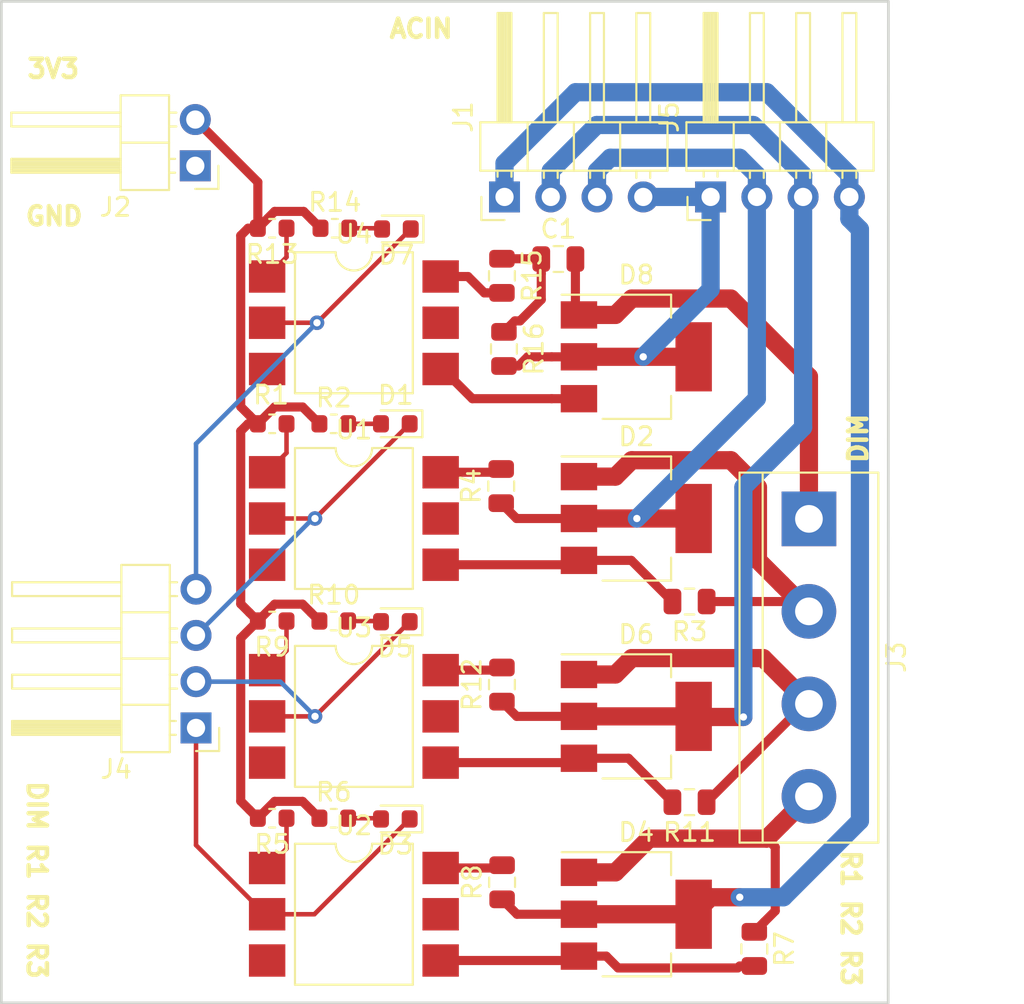
<source format=kicad_pcb>
(kicad_pcb (version 20171130) (host pcbnew 5.0.2-bee76a0~70~ubuntu18.04.1)

  (general
    (thickness 1.6)
    (drawings 11)
    (tracks 190)
    (zones 0)
    (modules 34)
    (nets 31)
  )

  (page A4)
  (layers
    (0 F.Cu signal)
    (31 B.Cu signal)
    (32 B.Adhes user)
    (33 F.Adhes user)
    (34 B.Paste user)
    (35 F.Paste user)
    (36 B.SilkS user)
    (37 F.SilkS user)
    (38 B.Mask user)
    (39 F.Mask user)
    (40 Dwgs.User user)
    (41 Cmts.User user)
    (42 Eco1.User user)
    (43 Eco2.User user)
    (44 Edge.Cuts user)
    (45 Margin user)
    (46 B.CrtYd user)
    (47 F.CrtYd user)
    (48 B.Fab user)
    (49 F.Fab user hide)
  )

  (setup
    (last_trace_width 0.25)
    (trace_clearance 0.2)
    (zone_clearance 0.508)
    (zone_45_only no)
    (trace_min 0.2)
    (segment_width 0.2)
    (edge_width 0.15)
    (via_size 0.8)
    (via_drill 0.4)
    (via_min_size 0.4)
    (via_min_drill 0.3)
    (uvia_size 0.3)
    (uvia_drill 0.1)
    (uvias_allowed no)
    (uvia_min_size 0.2)
    (uvia_min_drill 0.1)
    (pcb_text_width 0.3)
    (pcb_text_size 1.5 1.5)
    (mod_edge_width 0.15)
    (mod_text_size 1 1)
    (mod_text_width 0.15)
    (pad_size 1.524 1.524)
    (pad_drill 0.762)
    (pad_to_mask_clearance 0.051)
    (solder_mask_min_width 0.25)
    (aux_axis_origin 0 0)
    (visible_elements FFFBFF7F)
    (pcbplotparams
      (layerselection 0x010fc_ffffffff)
      (usegerberextensions false)
      (usegerberattributes false)
      (usegerberadvancedattributes false)
      (creategerberjobfile false)
      (excludeedgelayer true)
      (linewidth 0.100000)
      (plotframeref false)
      (viasonmask false)
      (mode 1)
      (useauxorigin false)
      (hpglpennumber 1)
      (hpglpenspeed 20)
      (hpglpendiameter 15.000000)
      (psnegative false)
      (psa4output false)
      (plotreference true)
      (plotvalue true)
      (plotinvisibletext false)
      (padsonsilk false)
      (subtractmaskfromsilk false)
      (outputformat 1)
      (mirror false)
      (drillshape 1)
      (scaleselection 1)
      (outputdirectory ""))
  )

  (net 0 "")
  (net 1 /ACO4)
  (net 2 "Net-(D1-Pad2)")
  (net 3 /Relay_1/DIN)
  (net 4 /ACO1)
  (net 5 /Relay_3/DIN)
  (net 6 "Net-(D3-Pad2)")
  (net 7 /ACO3)
  (net 8 /Relay_2/DIN)
  (net 9 "Net-(D5-Pad2)")
  (net 10 /ACO2)
  (net 11 "Net-(D7-Pad2)")
  (net 12 /dimmer_1/DIN)
  (net 13 /Relay_1/3.3V)
  (net 14 "Net-(R1-Pad1)")
  (net 15 "Net-(R5-Pad1)")
  (net 16 "Net-(R9-Pad1)")
  (net 17 "Net-(R13-Pad1)")
  (net 18 /ACIN1)
  (net 19 /ACIN3)
  (net 20 /ACIN2)
  (net 21 /ACIN4)
  (net 22 /Relay_1/AL2)
  (net 23 /Relay_3/AL2)
  (net 24 /Relay_2/AL2)
  (net 25 /Relay_1/AL1)
  (net 26 /Relay_3/AL1)
  (net 27 /Relay_2/AL1)
  (net 28 /dimmer_1/AL1)
  (net 29 /dimmer_1/AL3)
  (net 30 /dimmer_1/AL2)

  (net_class Default "This is the default net class."
    (clearance 0.2)
    (trace_width 0.25)
    (via_dia 0.8)
    (via_drill 0.4)
    (uvia_dia 0.3)
    (uvia_drill 0.1)
    (add_net /Relay_1/DIN)
    (add_net /Relay_2/DIN)
    (add_net /Relay_3/DIN)
    (add_net /dimmer_1/DIN)
    (add_net "Net-(D1-Pad2)")
    (add_net "Net-(D3-Pad2)")
    (add_net "Net-(D5-Pad2)")
    (add_net "Net-(D7-Pad2)")
    (add_net "Net-(R1-Pad1)")
    (add_net "Net-(R13-Pad1)")
    (add_net "Net-(R5-Pad1)")
    (add_net "Net-(R9-Pad1)")
  )

  (net_class 3V3 ""
    (clearance 0.2)
    (trace_width 0.5)
    (via_dia 0.8)
    (via_drill 0.4)
    (uvia_dia 0.3)
    (uvia_drill 0.1)
    (add_net /Relay_1/3.3V)
  )

  (net_class AC2A ""
    (clearance 0.8)
    (trace_width 1)
    (via_dia 0.8)
    (via_drill 0.4)
    (uvia_dia 0.3)
    (uvia_drill 0.1)
    (add_net /ACIN1)
    (add_net /ACIN2)
    (add_net /ACIN3)
    (add_net /ACIN4)
    (add_net /ACO1)
    (add_net /ACO2)
    (add_net /ACO3)
    (add_net /ACO4)
  )

  (net_class ACLC ""
    (clearance 0.8)
    (trace_width 0.5)
    (via_dia 0.8)
    (via_drill 0.4)
    (uvia_dia 0.3)
    (uvia_drill 0.1)
    (add_net /Relay_1/AL1)
    (add_net /Relay_1/AL2)
    (add_net /Relay_2/AL1)
    (add_net /Relay_2/AL2)
    (add_net /Relay_3/AL1)
    (add_net /Relay_3/AL2)
    (add_net /dimmer_1/AL1)
    (add_net /dimmer_1/AL2)
    (add_net /dimmer_1/AL3)
  )

  (module LED_SMD:LED_0603_1608Metric (layer F.Cu) (tedit 5B301BBE) (tstamp 5F2AAF00)
    (at 103.985 80.6 180)
    (descr "LED SMD 0603 (1608 Metric), square (rectangular) end terminal, IPC_7351 nominal, (Body size source: http://www.tortai-tech.com/upload/download/2011102023233369053.pdf), generated with kicad-footprint-generator")
    (tags diode)
    (path /5F11D141/5F1241A9)
    (attr smd)
    (fp_text reference D1 (at -0.025 1.575 180) (layer F.SilkS)
      (effects (font (size 1 1) (thickness 0.15)))
    )
    (fp_text value YELLOW (at 0 1.43 180) (layer F.Fab)
      (effects (font (size 1 1) (thickness 0.15)))
    )
    (fp_text user %R (at 0 0 180) (layer F.Fab)
      (effects (font (size 0.4 0.4) (thickness 0.06)))
    )
    (fp_line (start 1.48 0.73) (end -1.48 0.73) (layer F.CrtYd) (width 0.05))
    (fp_line (start 1.48 -0.73) (end 1.48 0.73) (layer F.CrtYd) (width 0.05))
    (fp_line (start -1.48 -0.73) (end 1.48 -0.73) (layer F.CrtYd) (width 0.05))
    (fp_line (start -1.48 0.73) (end -1.48 -0.73) (layer F.CrtYd) (width 0.05))
    (fp_line (start -1.485 0.735) (end 0.8 0.735) (layer F.SilkS) (width 0.12))
    (fp_line (start -1.485 -0.735) (end -1.485 0.735) (layer F.SilkS) (width 0.12))
    (fp_line (start 0.8 -0.735) (end -1.485 -0.735) (layer F.SilkS) (width 0.12))
    (fp_line (start 0.8 0.4) (end 0.8 -0.4) (layer F.Fab) (width 0.1))
    (fp_line (start -0.8 0.4) (end 0.8 0.4) (layer F.Fab) (width 0.1))
    (fp_line (start -0.8 -0.1) (end -0.8 0.4) (layer F.Fab) (width 0.1))
    (fp_line (start -0.5 -0.4) (end -0.8 -0.1) (layer F.Fab) (width 0.1))
    (fp_line (start 0.8 -0.4) (end -0.5 -0.4) (layer F.Fab) (width 0.1))
    (pad 2 smd roundrect (at 0.7875 0 180) (size 0.875 0.95) (layers F.Cu F.Paste F.Mask) (roundrect_rratio 0.25)
      (net 2 "Net-(D1-Pad2)"))
    (pad 1 smd roundrect (at -0.7875 0 180) (size 0.875 0.95) (layers F.Cu F.Paste F.Mask) (roundrect_rratio 0.25)
      (net 3 /Relay_1/DIN))
    (model ${KISYS3DMOD}/LED_SMD.3dshapes/LED_0603_1608Metric.wrl
      (at (xyz 0 0 0))
      (scale (xyz 1 1 1))
      (rotate (xyz 0 0 0))
    )
  )

  (module Package_TO_SOT_SMD:SOT-223 (layer F.Cu) (tedit 5A02FF57) (tstamp 5F2AC1DC)
    (at 117.22 85.8)
    (descr "module CMS SOT223 4 pins")
    (tags "CMS SOT")
    (path /5F11D141/5F1241BF)
    (attr smd)
    (fp_text reference D2 (at 0 -4.5) (layer F.SilkS)
      (effects (font (size 1 1) (thickness 0.15)))
    )
    (fp_text value Z0103MN (at 0 4.5) (layer F.Fab)
      (effects (font (size 1 1) (thickness 0.15)))
    )
    (fp_text user %R (at 0 0 90) (layer F.Fab)
      (effects (font (size 0.8 0.8) (thickness 0.12)))
    )
    (fp_line (start -1.85 -2.3) (end -0.8 -3.35) (layer F.Fab) (width 0.1))
    (fp_line (start 1.91 3.41) (end 1.91 2.15) (layer F.SilkS) (width 0.12))
    (fp_line (start 1.91 -3.41) (end 1.91 -2.15) (layer F.SilkS) (width 0.12))
    (fp_line (start 4.4 -3.6) (end -4.4 -3.6) (layer F.CrtYd) (width 0.05))
    (fp_line (start 4.4 3.6) (end 4.4 -3.6) (layer F.CrtYd) (width 0.05))
    (fp_line (start -4.4 3.6) (end 4.4 3.6) (layer F.CrtYd) (width 0.05))
    (fp_line (start -4.4 -3.6) (end -4.4 3.6) (layer F.CrtYd) (width 0.05))
    (fp_line (start -1.85 -2.3) (end -1.85 3.35) (layer F.Fab) (width 0.1))
    (fp_line (start -1.85 3.41) (end 1.91 3.41) (layer F.SilkS) (width 0.12))
    (fp_line (start -0.8 -3.35) (end 1.85 -3.35) (layer F.Fab) (width 0.1))
    (fp_line (start -4.1 -3.41) (end 1.91 -3.41) (layer F.SilkS) (width 0.12))
    (fp_line (start -1.85 3.35) (end 1.85 3.35) (layer F.Fab) (width 0.1))
    (fp_line (start 1.85 -3.35) (end 1.85 3.35) (layer F.Fab) (width 0.1))
    (pad 4 smd rect (at 3.15 0) (size 2 3.8) (layers F.Cu F.Paste F.Mask)
      (net 20 /ACIN2))
    (pad 2 smd rect (at -3.15 0) (size 2 1.5) (layers F.Cu F.Paste F.Mask)
      (net 20 /ACIN2))
    (pad 3 smd rect (at -3.15 2.3) (size 2 1.5) (layers F.Cu F.Paste F.Mask)
      (net 22 /Relay_1/AL2))
    (pad 1 smd rect (at -3.15 -2.3) (size 2 1.5) (layers F.Cu F.Paste F.Mask)
      (net 10 /ACO2))
    (model ${KISYS3DMOD}/Package_TO_SOT_SMD.3dshapes/SOT-223.wrl
      (at (xyz 0 0 0))
      (scale (xyz 1 1 1))
      (rotate (xyz 0 0 0))
    )
  )

  (module LED_SMD:LED_0603_1608Metric (layer F.Cu) (tedit 5B301BBE) (tstamp 5F2AAE97)
    (at 103.985 102.3 180)
    (descr "LED SMD 0603 (1608 Metric), square (rectangular) end terminal, IPC_7351 nominal, (Body size source: http://www.tortai-tech.com/upload/download/2011102023233369053.pdf), generated with kicad-footprint-generator")
    (tags diode)
    (path /5F11F3F8/5F1241A9)
    (attr smd)
    (fp_text reference D3 (at 0 -1.43 180) (layer F.SilkS)
      (effects (font (size 1 1) (thickness 0.15)))
    )
    (fp_text value YELLOW (at 0 1.43 180) (layer F.Fab)
      (effects (font (size 1 1) (thickness 0.15)))
    )
    (fp_line (start 0.8 -0.4) (end -0.5 -0.4) (layer F.Fab) (width 0.1))
    (fp_line (start -0.5 -0.4) (end -0.8 -0.1) (layer F.Fab) (width 0.1))
    (fp_line (start -0.8 -0.1) (end -0.8 0.4) (layer F.Fab) (width 0.1))
    (fp_line (start -0.8 0.4) (end 0.8 0.4) (layer F.Fab) (width 0.1))
    (fp_line (start 0.8 0.4) (end 0.8 -0.4) (layer F.Fab) (width 0.1))
    (fp_line (start 0.8 -0.735) (end -1.485 -0.735) (layer F.SilkS) (width 0.12))
    (fp_line (start -1.485 -0.735) (end -1.485 0.735) (layer F.SilkS) (width 0.12))
    (fp_line (start -1.485 0.735) (end 0.8 0.735) (layer F.SilkS) (width 0.12))
    (fp_line (start -1.48 0.73) (end -1.48 -0.73) (layer F.CrtYd) (width 0.05))
    (fp_line (start -1.48 -0.73) (end 1.48 -0.73) (layer F.CrtYd) (width 0.05))
    (fp_line (start 1.48 -0.73) (end 1.48 0.73) (layer F.CrtYd) (width 0.05))
    (fp_line (start 1.48 0.73) (end -1.48 0.73) (layer F.CrtYd) (width 0.05))
    (fp_text user %R (at 0 0 180) (layer F.Fab)
      (effects (font (size 0.4 0.4) (thickness 0.06)))
    )
    (pad 1 smd roundrect (at -0.7875 0 180) (size 0.875 0.95) (layers F.Cu F.Paste F.Mask) (roundrect_rratio 0.25)
      (net 5 /Relay_3/DIN))
    (pad 2 smd roundrect (at 0.7875 0 180) (size 0.875 0.95) (layers F.Cu F.Paste F.Mask) (roundrect_rratio 0.25)
      (net 6 "Net-(D3-Pad2)"))
    (model ${KISYS3DMOD}/LED_SMD.3dshapes/LED_0603_1608Metric.wrl
      (at (xyz 0 0 0))
      (scale (xyz 1 1 1))
      (rotate (xyz 0 0 0))
    )
  )

  (module Package_TO_SOT_SMD:SOT-223 (layer F.Cu) (tedit 5A02FF57) (tstamp 5F2A0F50)
    (at 117.22 107.533332)
    (descr "module CMS SOT223 4 pins")
    (tags "CMS SOT")
    (path /5F11F3F8/5F1241BF)
    (attr smd)
    (fp_text reference D4 (at 0 -4.5) (layer F.SilkS)
      (effects (font (size 1 1) (thickness 0.15)))
    )
    (fp_text value Z0103MN (at 0 4.5) (layer F.Fab)
      (effects (font (size 1 1) (thickness 0.15)))
    )
    (fp_text user %R (at 0 0 90) (layer F.Fab)
      (effects (font (size 0.8 0.8) (thickness 0.12)))
    )
    (fp_line (start -1.85 -2.3) (end -0.8 -3.35) (layer F.Fab) (width 0.1))
    (fp_line (start 1.91 3.41) (end 1.91 2.15) (layer F.SilkS) (width 0.12))
    (fp_line (start 1.91 -3.41) (end 1.91 -2.15) (layer F.SilkS) (width 0.12))
    (fp_line (start 4.4 -3.6) (end -4.4 -3.6) (layer F.CrtYd) (width 0.05))
    (fp_line (start 4.4 3.6) (end 4.4 -3.6) (layer F.CrtYd) (width 0.05))
    (fp_line (start -4.4 3.6) (end 4.4 3.6) (layer F.CrtYd) (width 0.05))
    (fp_line (start -4.4 -3.6) (end -4.4 3.6) (layer F.CrtYd) (width 0.05))
    (fp_line (start -1.85 -2.3) (end -1.85 3.35) (layer F.Fab) (width 0.1))
    (fp_line (start -1.85 3.41) (end 1.91 3.41) (layer F.SilkS) (width 0.12))
    (fp_line (start -0.8 -3.35) (end 1.85 -3.35) (layer F.Fab) (width 0.1))
    (fp_line (start -4.1 -3.41) (end 1.91 -3.41) (layer F.SilkS) (width 0.12))
    (fp_line (start -1.85 3.35) (end 1.85 3.35) (layer F.Fab) (width 0.1))
    (fp_line (start 1.85 -3.35) (end 1.85 3.35) (layer F.Fab) (width 0.1))
    (pad 4 smd rect (at 3.15 0) (size 2 3.8) (layers F.Cu F.Paste F.Mask)
      (net 21 /ACIN4))
    (pad 2 smd rect (at -3.15 0) (size 2 1.5) (layers F.Cu F.Paste F.Mask)
      (net 21 /ACIN4))
    (pad 3 smd rect (at -3.15 2.3) (size 2 1.5) (layers F.Cu F.Paste F.Mask)
      (net 23 /Relay_3/AL2))
    (pad 1 smd rect (at -3.15 -2.3) (size 2 1.5) (layers F.Cu F.Paste F.Mask)
      (net 1 /ACO4))
    (model ${KISYS3DMOD}/Package_TO_SOT_SMD.3dshapes/SOT-223.wrl
      (at (xyz 0 0 0))
      (scale (xyz 1 1 1))
      (rotate (xyz 0 0 0))
    )
  )

  (module LED_SMD:LED_0603_1608Metric (layer F.Cu) (tedit 5B301BBE) (tstamp 5F2AAD6B)
    (at 103.985 91.47 180)
    (descr "LED SMD 0603 (1608 Metric), square (rectangular) end terminal, IPC_7351 nominal, (Body size source: http://www.tortai-tech.com/upload/download/2011102023233369053.pdf), generated with kicad-footprint-generator")
    (tags diode)
    (path /5F11F400/5F1241A9)
    (attr smd)
    (fp_text reference D5 (at 0 -1.43 180) (layer F.SilkS)
      (effects (font (size 1 1) (thickness 0.15)))
    )
    (fp_text value YELLOW (at 0 1.43 180) (layer F.Fab)
      (effects (font (size 1 1) (thickness 0.15)))
    )
    (fp_line (start 0.8 -0.4) (end -0.5 -0.4) (layer F.Fab) (width 0.1))
    (fp_line (start -0.5 -0.4) (end -0.8 -0.1) (layer F.Fab) (width 0.1))
    (fp_line (start -0.8 -0.1) (end -0.8 0.4) (layer F.Fab) (width 0.1))
    (fp_line (start -0.8 0.4) (end 0.8 0.4) (layer F.Fab) (width 0.1))
    (fp_line (start 0.8 0.4) (end 0.8 -0.4) (layer F.Fab) (width 0.1))
    (fp_line (start 0.8 -0.735) (end -1.485 -0.735) (layer F.SilkS) (width 0.12))
    (fp_line (start -1.485 -0.735) (end -1.485 0.735) (layer F.SilkS) (width 0.12))
    (fp_line (start -1.485 0.735) (end 0.8 0.735) (layer F.SilkS) (width 0.12))
    (fp_line (start -1.48 0.73) (end -1.48 -0.73) (layer F.CrtYd) (width 0.05))
    (fp_line (start -1.48 -0.73) (end 1.48 -0.73) (layer F.CrtYd) (width 0.05))
    (fp_line (start 1.48 -0.73) (end 1.48 0.73) (layer F.CrtYd) (width 0.05))
    (fp_line (start 1.48 0.73) (end -1.48 0.73) (layer F.CrtYd) (width 0.05))
    (fp_text user %R (at 0 0 180) (layer F.Fab)
      (effects (font (size 0.4 0.4) (thickness 0.06)))
    )
    (pad 1 smd roundrect (at -0.7875 0 180) (size 0.875 0.95) (layers F.Cu F.Paste F.Mask) (roundrect_rratio 0.25)
      (net 8 /Relay_2/DIN))
    (pad 2 smd roundrect (at 0.7875 0 180) (size 0.875 0.95) (layers F.Cu F.Paste F.Mask) (roundrect_rratio 0.25)
      (net 9 "Net-(D5-Pad2)"))
    (model ${KISYS3DMOD}/LED_SMD.3dshapes/LED_0603_1608Metric.wrl
      (at (xyz 0 0 0))
      (scale (xyz 1 1 1))
      (rotate (xyz 0 0 0))
    )
  )

  (module Package_TO_SOT_SMD:SOT-223 (layer F.Cu) (tedit 5A02FF57) (tstamp 5F2A0F79)
    (at 117.22 96.666666)
    (descr "module CMS SOT223 4 pins")
    (tags "CMS SOT")
    (path /5F11F400/5F1241BF)
    (attr smd)
    (fp_text reference D6 (at 0 -4.5) (layer F.SilkS)
      (effects (font (size 1 1) (thickness 0.15)))
    )
    (fp_text value Z0103MN (at 0 4.5) (layer F.Fab)
      (effects (font (size 1 1) (thickness 0.15)))
    )
    (fp_line (start 1.85 -3.35) (end 1.85 3.35) (layer F.Fab) (width 0.1))
    (fp_line (start -1.85 3.35) (end 1.85 3.35) (layer F.Fab) (width 0.1))
    (fp_line (start -4.1 -3.41) (end 1.91 -3.41) (layer F.SilkS) (width 0.12))
    (fp_line (start -0.8 -3.35) (end 1.85 -3.35) (layer F.Fab) (width 0.1))
    (fp_line (start -1.85 3.41) (end 1.91 3.41) (layer F.SilkS) (width 0.12))
    (fp_line (start -1.85 -2.3) (end -1.85 3.35) (layer F.Fab) (width 0.1))
    (fp_line (start -4.4 -3.6) (end -4.4 3.6) (layer F.CrtYd) (width 0.05))
    (fp_line (start -4.4 3.6) (end 4.4 3.6) (layer F.CrtYd) (width 0.05))
    (fp_line (start 4.4 3.6) (end 4.4 -3.6) (layer F.CrtYd) (width 0.05))
    (fp_line (start 4.4 -3.6) (end -4.4 -3.6) (layer F.CrtYd) (width 0.05))
    (fp_line (start 1.91 -3.41) (end 1.91 -2.15) (layer F.SilkS) (width 0.12))
    (fp_line (start 1.91 3.41) (end 1.91 2.15) (layer F.SilkS) (width 0.12))
    (fp_line (start -1.85 -2.3) (end -0.8 -3.35) (layer F.Fab) (width 0.1))
    (fp_text user %R (at 0 0 90) (layer F.Fab)
      (effects (font (size 0.8 0.8) (thickness 0.12)))
    )
    (pad 1 smd rect (at -3.15 -2.3) (size 2 1.5) (layers F.Cu F.Paste F.Mask)
      (net 7 /ACO3))
    (pad 3 smd rect (at -3.15 2.3) (size 2 1.5) (layers F.Cu F.Paste F.Mask)
      (net 24 /Relay_2/AL2))
    (pad 2 smd rect (at -3.15 0) (size 2 1.5) (layers F.Cu F.Paste F.Mask)
      (net 19 /ACIN3))
    (pad 4 smd rect (at 3.15 0) (size 2 3.8) (layers F.Cu F.Paste F.Mask)
      (net 19 /ACIN3))
    (model ${KISYS3DMOD}/Package_TO_SOT_SMD.3dshapes/SOT-223.wrl
      (at (xyz 0 0 0))
      (scale (xyz 1 1 1))
      (rotate (xyz 0 0 0))
    )
  )

  (module LED_SMD:LED_0603_1608Metric (layer F.Cu) (tedit 5B301BBE) (tstamp 5F2AAF3F)
    (at 104.045 69.9 180)
    (descr "LED SMD 0603 (1608 Metric), square (rectangular) end terminal, IPC_7351 nominal, (Body size source: http://www.tortai-tech.com/upload/download/2011102023233369053.pdf), generated with kicad-footprint-generator")
    (tags diode)
    (path /5F11F478/5F11F4B2)
    (attr smd)
    (fp_text reference D7 (at 0 -1.43 180) (layer F.SilkS)
      (effects (font (size 1 1) (thickness 0.15)))
    )
    (fp_text value YELLOW (at 0 1.43 180) (layer F.Fab)
      (effects (font (size 1 1) (thickness 0.15)))
    )
    (fp_text user %R (at 0 0 180) (layer F.Fab)
      (effects (font (size 0.4 0.4) (thickness 0.06)))
    )
    (fp_line (start 1.48 0.73) (end -1.48 0.73) (layer F.CrtYd) (width 0.05))
    (fp_line (start 1.48 -0.73) (end 1.48 0.73) (layer F.CrtYd) (width 0.05))
    (fp_line (start -1.48 -0.73) (end 1.48 -0.73) (layer F.CrtYd) (width 0.05))
    (fp_line (start -1.48 0.73) (end -1.48 -0.73) (layer F.CrtYd) (width 0.05))
    (fp_line (start -1.485 0.735) (end 0.8 0.735) (layer F.SilkS) (width 0.12))
    (fp_line (start -1.485 -0.735) (end -1.485 0.735) (layer F.SilkS) (width 0.12))
    (fp_line (start 0.8 -0.735) (end -1.485 -0.735) (layer F.SilkS) (width 0.12))
    (fp_line (start 0.8 0.4) (end 0.8 -0.4) (layer F.Fab) (width 0.1))
    (fp_line (start -0.8 0.4) (end 0.8 0.4) (layer F.Fab) (width 0.1))
    (fp_line (start -0.8 -0.1) (end -0.8 0.4) (layer F.Fab) (width 0.1))
    (fp_line (start -0.5 -0.4) (end -0.8 -0.1) (layer F.Fab) (width 0.1))
    (fp_line (start 0.8 -0.4) (end -0.5 -0.4) (layer F.Fab) (width 0.1))
    (pad 2 smd roundrect (at 0.7875 0 180) (size 0.875 0.95) (layers F.Cu F.Paste F.Mask) (roundrect_rratio 0.25)
      (net 11 "Net-(D7-Pad2)"))
    (pad 1 smd roundrect (at -0.7875 0 180) (size 0.875 0.95) (layers F.Cu F.Paste F.Mask) (roundrect_rratio 0.25)
      (net 12 /dimmer_1/DIN))
    (model ${KISYS3DMOD}/LED_SMD.3dshapes/LED_0603_1608Metric.wrl
      (at (xyz 0 0 0))
      (scale (xyz 1 1 1))
      (rotate (xyz 0 0 0))
    )
  )

  (module Package_TO_SOT_SMD:SOT-223 (layer F.Cu) (tedit 5A02FF57) (tstamp 5F2A0FA2)
    (at 117.22 76.92)
    (descr "module CMS SOT223 4 pins")
    (tags "CMS SOT")
    (path /5F11F478/5F11F4B4)
    (attr smd)
    (fp_text reference D8 (at 0 -4.5) (layer F.SilkS)
      (effects (font (size 1 1) (thickness 0.15)))
    )
    (fp_text value Z0103MN (at 0 4.5) (layer F.Fab)
      (effects (font (size 1 1) (thickness 0.15)))
    )
    (fp_line (start 1.85 -3.35) (end 1.85 3.35) (layer F.Fab) (width 0.1))
    (fp_line (start -1.85 3.35) (end 1.85 3.35) (layer F.Fab) (width 0.1))
    (fp_line (start -4.1 -3.41) (end 1.91 -3.41) (layer F.SilkS) (width 0.12))
    (fp_line (start -0.8 -3.35) (end 1.85 -3.35) (layer F.Fab) (width 0.1))
    (fp_line (start -1.85 3.41) (end 1.91 3.41) (layer F.SilkS) (width 0.12))
    (fp_line (start -1.85 -2.3) (end -1.85 3.35) (layer F.Fab) (width 0.1))
    (fp_line (start -4.4 -3.6) (end -4.4 3.6) (layer F.CrtYd) (width 0.05))
    (fp_line (start -4.4 3.6) (end 4.4 3.6) (layer F.CrtYd) (width 0.05))
    (fp_line (start 4.4 3.6) (end 4.4 -3.6) (layer F.CrtYd) (width 0.05))
    (fp_line (start 4.4 -3.6) (end -4.4 -3.6) (layer F.CrtYd) (width 0.05))
    (fp_line (start 1.91 -3.41) (end 1.91 -2.15) (layer F.SilkS) (width 0.12))
    (fp_line (start 1.91 3.41) (end 1.91 2.15) (layer F.SilkS) (width 0.12))
    (fp_line (start -1.85 -2.3) (end -0.8 -3.35) (layer F.Fab) (width 0.1))
    (fp_text user %R (at 0 0 90) (layer F.Fab)
      (effects (font (size 0.8 0.8) (thickness 0.12)))
    )
    (pad 1 smd rect (at -3.15 -2.3) (size 2 1.5) (layers F.Cu F.Paste F.Mask)
      (net 4 /ACO1))
    (pad 3 smd rect (at -3.15 2.3) (size 2 1.5) (layers F.Cu F.Paste F.Mask)
      (net 29 /dimmer_1/AL3))
    (pad 2 smd rect (at -3.15 0) (size 2 1.5) (layers F.Cu F.Paste F.Mask)
      (net 18 /ACIN1))
    (pad 4 smd rect (at 3.15 0) (size 2 3.8) (layers F.Cu F.Paste F.Mask)
      (net 18 /ACIN1))
    (model ${KISYS3DMOD}/Package_TO_SOT_SMD.3dshapes/SOT-223.wrl
      (at (xyz 0 0 0))
      (scale (xyz 1 1 1))
      (rotate (xyz 0 0 0))
    )
  )

  (module Connector_PinHeader_2.54mm:PinHeader_1x04_P2.54mm_Horizontal (layer F.Cu) (tedit 59FED5CB) (tstamp 5F2AD213)
    (at 109.982 68.14 90)
    (descr "Through hole angled pin header, 1x04, 2.54mm pitch, 6mm pin length, single row")
    (tags "Through hole angled pin header THT 1x04 2.54mm single row")
    (path /5F132682)
    (fp_text reference J1 (at 4.385 -2.27 90) (layer F.SilkS)
      (effects (font (size 1 1) (thickness 0.15)))
    )
    (fp_text value Conn_01x04 (at 4.385 9.89 90) (layer F.Fab)
      (effects (font (size 1 1) (thickness 0.15)))
    )
    (fp_line (start 2.135 -1.27) (end 4.04 -1.27) (layer F.Fab) (width 0.1))
    (fp_line (start 4.04 -1.27) (end 4.04 8.89) (layer F.Fab) (width 0.1))
    (fp_line (start 4.04 8.89) (end 1.5 8.89) (layer F.Fab) (width 0.1))
    (fp_line (start 1.5 8.89) (end 1.5 -0.635) (layer F.Fab) (width 0.1))
    (fp_line (start 1.5 -0.635) (end 2.135 -1.27) (layer F.Fab) (width 0.1))
    (fp_line (start -0.32 -0.32) (end 1.5 -0.32) (layer F.Fab) (width 0.1))
    (fp_line (start -0.32 -0.32) (end -0.32 0.32) (layer F.Fab) (width 0.1))
    (fp_line (start -0.32 0.32) (end 1.5 0.32) (layer F.Fab) (width 0.1))
    (fp_line (start 4.04 -0.32) (end 10.04 -0.32) (layer F.Fab) (width 0.1))
    (fp_line (start 10.04 -0.32) (end 10.04 0.32) (layer F.Fab) (width 0.1))
    (fp_line (start 4.04 0.32) (end 10.04 0.32) (layer F.Fab) (width 0.1))
    (fp_line (start -0.32 2.22) (end 1.5 2.22) (layer F.Fab) (width 0.1))
    (fp_line (start -0.32 2.22) (end -0.32 2.86) (layer F.Fab) (width 0.1))
    (fp_line (start -0.32 2.86) (end 1.5 2.86) (layer F.Fab) (width 0.1))
    (fp_line (start 4.04 2.22) (end 10.04 2.22) (layer F.Fab) (width 0.1))
    (fp_line (start 10.04 2.22) (end 10.04 2.86) (layer F.Fab) (width 0.1))
    (fp_line (start 4.04 2.86) (end 10.04 2.86) (layer F.Fab) (width 0.1))
    (fp_line (start -0.32 4.76) (end 1.5 4.76) (layer F.Fab) (width 0.1))
    (fp_line (start -0.32 4.76) (end -0.32 5.4) (layer F.Fab) (width 0.1))
    (fp_line (start -0.32 5.4) (end 1.5 5.4) (layer F.Fab) (width 0.1))
    (fp_line (start 4.04 4.76) (end 10.04 4.76) (layer F.Fab) (width 0.1))
    (fp_line (start 10.04 4.76) (end 10.04 5.4) (layer F.Fab) (width 0.1))
    (fp_line (start 4.04 5.4) (end 10.04 5.4) (layer F.Fab) (width 0.1))
    (fp_line (start -0.32 7.3) (end 1.5 7.3) (layer F.Fab) (width 0.1))
    (fp_line (start -0.32 7.3) (end -0.32 7.94) (layer F.Fab) (width 0.1))
    (fp_line (start -0.32 7.94) (end 1.5 7.94) (layer F.Fab) (width 0.1))
    (fp_line (start 4.04 7.3) (end 10.04 7.3) (layer F.Fab) (width 0.1))
    (fp_line (start 10.04 7.3) (end 10.04 7.94) (layer F.Fab) (width 0.1))
    (fp_line (start 4.04 7.94) (end 10.04 7.94) (layer F.Fab) (width 0.1))
    (fp_line (start 1.44 -1.33) (end 1.44 8.95) (layer F.SilkS) (width 0.12))
    (fp_line (start 1.44 8.95) (end 4.1 8.95) (layer F.SilkS) (width 0.12))
    (fp_line (start 4.1 8.95) (end 4.1 -1.33) (layer F.SilkS) (width 0.12))
    (fp_line (start 4.1 -1.33) (end 1.44 -1.33) (layer F.SilkS) (width 0.12))
    (fp_line (start 4.1 -0.38) (end 10.1 -0.38) (layer F.SilkS) (width 0.12))
    (fp_line (start 10.1 -0.38) (end 10.1 0.38) (layer F.SilkS) (width 0.12))
    (fp_line (start 10.1 0.38) (end 4.1 0.38) (layer F.SilkS) (width 0.12))
    (fp_line (start 4.1 -0.32) (end 10.1 -0.32) (layer F.SilkS) (width 0.12))
    (fp_line (start 4.1 -0.2) (end 10.1 -0.2) (layer F.SilkS) (width 0.12))
    (fp_line (start 4.1 -0.08) (end 10.1 -0.08) (layer F.SilkS) (width 0.12))
    (fp_line (start 4.1 0.04) (end 10.1 0.04) (layer F.SilkS) (width 0.12))
    (fp_line (start 4.1 0.16) (end 10.1 0.16) (layer F.SilkS) (width 0.12))
    (fp_line (start 4.1 0.28) (end 10.1 0.28) (layer F.SilkS) (width 0.12))
    (fp_line (start 1.11 -0.38) (end 1.44 -0.38) (layer F.SilkS) (width 0.12))
    (fp_line (start 1.11 0.38) (end 1.44 0.38) (layer F.SilkS) (width 0.12))
    (fp_line (start 1.44 1.27) (end 4.1 1.27) (layer F.SilkS) (width 0.12))
    (fp_line (start 4.1 2.16) (end 10.1 2.16) (layer F.SilkS) (width 0.12))
    (fp_line (start 10.1 2.16) (end 10.1 2.92) (layer F.SilkS) (width 0.12))
    (fp_line (start 10.1 2.92) (end 4.1 2.92) (layer F.SilkS) (width 0.12))
    (fp_line (start 1.042929 2.16) (end 1.44 2.16) (layer F.SilkS) (width 0.12))
    (fp_line (start 1.042929 2.92) (end 1.44 2.92) (layer F.SilkS) (width 0.12))
    (fp_line (start 1.44 3.81) (end 4.1 3.81) (layer F.SilkS) (width 0.12))
    (fp_line (start 4.1 4.7) (end 10.1 4.7) (layer F.SilkS) (width 0.12))
    (fp_line (start 10.1 4.7) (end 10.1 5.46) (layer F.SilkS) (width 0.12))
    (fp_line (start 10.1 5.46) (end 4.1 5.46) (layer F.SilkS) (width 0.12))
    (fp_line (start 1.042929 4.7) (end 1.44 4.7) (layer F.SilkS) (width 0.12))
    (fp_line (start 1.042929 5.46) (end 1.44 5.46) (layer F.SilkS) (width 0.12))
    (fp_line (start 1.44 6.35) (end 4.1 6.35) (layer F.SilkS) (width 0.12))
    (fp_line (start 4.1 7.24) (end 10.1 7.24) (layer F.SilkS) (width 0.12))
    (fp_line (start 10.1 7.24) (end 10.1 8) (layer F.SilkS) (width 0.12))
    (fp_line (start 10.1 8) (end 4.1 8) (layer F.SilkS) (width 0.12))
    (fp_line (start 1.042929 7.24) (end 1.44 7.24) (layer F.SilkS) (width 0.12))
    (fp_line (start 1.042929 8) (end 1.44 8) (layer F.SilkS) (width 0.12))
    (fp_line (start -1.27 0) (end -1.27 -1.27) (layer F.SilkS) (width 0.12))
    (fp_line (start -1.27 -1.27) (end 0 -1.27) (layer F.SilkS) (width 0.12))
    (fp_line (start -1.8 -1.8) (end -1.8 9.4) (layer F.CrtYd) (width 0.05))
    (fp_line (start -1.8 9.4) (end 10.55 9.4) (layer F.CrtYd) (width 0.05))
    (fp_line (start 10.55 9.4) (end 10.55 -1.8) (layer F.CrtYd) (width 0.05))
    (fp_line (start 10.55 -1.8) (end -1.8 -1.8) (layer F.CrtYd) (width 0.05))
    (fp_text user %R (at 2.77 3.81 180) (layer F.Fab)
      (effects (font (size 1 1) (thickness 0.15)))
    )
    (pad 1 thru_hole rect (at 0 0 90) (size 1.7 1.7) (drill 1) (layers *.Cu *.Mask)
      (net 21 /ACIN4))
    (pad 2 thru_hole oval (at 0 2.54 90) (size 1.7 1.7) (drill 1) (layers *.Cu *.Mask)
      (net 19 /ACIN3))
    (pad 3 thru_hole oval (at 0 5.08 90) (size 1.7 1.7) (drill 1) (layers *.Cu *.Mask)
      (net 20 /ACIN2))
    (pad 4 thru_hole oval (at 0 7.62 90) (size 1.7 1.7) (drill 1) (layers *.Cu *.Mask)
      (net 18 /ACIN1))
    (model ${KISYS3DMOD}/Connector_PinHeader_2.54mm.3dshapes/PinHeader_1x04_P2.54mm_Horizontal.wrl
      (at (xyz 0 0 0))
      (scale (xyz 1 1 1))
      (rotate (xyz 0 0 0))
    )
  )

  (module Connector_PinHeader_2.54mm:PinHeader_1x02_P2.54mm_Horizontal (layer F.Cu) (tedit 59FED5CB) (tstamp 5F2A1022)
    (at 93 66.43 180)
    (descr "Through hole angled pin header, 1x02, 2.54mm pitch, 6mm pin length, single row")
    (tags "Through hole angled pin header THT 1x02 2.54mm single row")
    (path /5F129589)
    (fp_text reference J2 (at 4.385 -2.27 180) (layer F.SilkS)
      (effects (font (size 1 1) (thickness 0.15)))
    )
    (fp_text value Conn_01x02 (at 4.385 4.81 180) (layer F.Fab)
      (effects (font (size 1 1) (thickness 0.15)))
    )
    (fp_line (start 2.135 -1.27) (end 4.04 -1.27) (layer F.Fab) (width 0.1))
    (fp_line (start 4.04 -1.27) (end 4.04 3.81) (layer F.Fab) (width 0.1))
    (fp_line (start 4.04 3.81) (end 1.5 3.81) (layer F.Fab) (width 0.1))
    (fp_line (start 1.5 3.81) (end 1.5 -0.635) (layer F.Fab) (width 0.1))
    (fp_line (start 1.5 -0.635) (end 2.135 -1.27) (layer F.Fab) (width 0.1))
    (fp_line (start -0.32 -0.32) (end 1.5 -0.32) (layer F.Fab) (width 0.1))
    (fp_line (start -0.32 -0.32) (end -0.32 0.32) (layer F.Fab) (width 0.1))
    (fp_line (start -0.32 0.32) (end 1.5 0.32) (layer F.Fab) (width 0.1))
    (fp_line (start 4.04 -0.32) (end 10.04 -0.32) (layer F.Fab) (width 0.1))
    (fp_line (start 10.04 -0.32) (end 10.04 0.32) (layer F.Fab) (width 0.1))
    (fp_line (start 4.04 0.32) (end 10.04 0.32) (layer F.Fab) (width 0.1))
    (fp_line (start -0.32 2.22) (end 1.5 2.22) (layer F.Fab) (width 0.1))
    (fp_line (start -0.32 2.22) (end -0.32 2.86) (layer F.Fab) (width 0.1))
    (fp_line (start -0.32 2.86) (end 1.5 2.86) (layer F.Fab) (width 0.1))
    (fp_line (start 4.04 2.22) (end 10.04 2.22) (layer F.Fab) (width 0.1))
    (fp_line (start 10.04 2.22) (end 10.04 2.86) (layer F.Fab) (width 0.1))
    (fp_line (start 4.04 2.86) (end 10.04 2.86) (layer F.Fab) (width 0.1))
    (fp_line (start 1.44 -1.33) (end 1.44 3.87) (layer F.SilkS) (width 0.12))
    (fp_line (start 1.44 3.87) (end 4.1 3.87) (layer F.SilkS) (width 0.12))
    (fp_line (start 4.1 3.87) (end 4.1 -1.33) (layer F.SilkS) (width 0.12))
    (fp_line (start 4.1 -1.33) (end 1.44 -1.33) (layer F.SilkS) (width 0.12))
    (fp_line (start 4.1 -0.38) (end 10.1 -0.38) (layer F.SilkS) (width 0.12))
    (fp_line (start 10.1 -0.38) (end 10.1 0.38) (layer F.SilkS) (width 0.12))
    (fp_line (start 10.1 0.38) (end 4.1 0.38) (layer F.SilkS) (width 0.12))
    (fp_line (start 4.1 -0.32) (end 10.1 -0.32) (layer F.SilkS) (width 0.12))
    (fp_line (start 4.1 -0.2) (end 10.1 -0.2) (layer F.SilkS) (width 0.12))
    (fp_line (start 4.1 -0.08) (end 10.1 -0.08) (layer F.SilkS) (width 0.12))
    (fp_line (start 4.1 0.04) (end 10.1 0.04) (layer F.SilkS) (width 0.12))
    (fp_line (start 4.1 0.16) (end 10.1 0.16) (layer F.SilkS) (width 0.12))
    (fp_line (start 4.1 0.28) (end 10.1 0.28) (layer F.SilkS) (width 0.12))
    (fp_line (start 1.11 -0.38) (end 1.44 -0.38) (layer F.SilkS) (width 0.12))
    (fp_line (start 1.11 0.38) (end 1.44 0.38) (layer F.SilkS) (width 0.12))
    (fp_line (start 1.44 1.27) (end 4.1 1.27) (layer F.SilkS) (width 0.12))
    (fp_line (start 4.1 2.16) (end 10.1 2.16) (layer F.SilkS) (width 0.12))
    (fp_line (start 10.1 2.16) (end 10.1 2.92) (layer F.SilkS) (width 0.12))
    (fp_line (start 10.1 2.92) (end 4.1 2.92) (layer F.SilkS) (width 0.12))
    (fp_line (start 1.042929 2.16) (end 1.44 2.16) (layer F.SilkS) (width 0.12))
    (fp_line (start 1.042929 2.92) (end 1.44 2.92) (layer F.SilkS) (width 0.12))
    (fp_line (start -1.27 0) (end -1.27 -1.27) (layer F.SilkS) (width 0.12))
    (fp_line (start -1.27 -1.27) (end 0 -1.27) (layer F.SilkS) (width 0.12))
    (fp_line (start -1.8 -1.8) (end -1.8 4.35) (layer F.CrtYd) (width 0.05))
    (fp_line (start -1.8 4.35) (end 10.55 4.35) (layer F.CrtYd) (width 0.05))
    (fp_line (start 10.55 4.35) (end 10.55 -1.8) (layer F.CrtYd) (width 0.05))
    (fp_line (start 10.55 -1.8) (end -1.8 -1.8) (layer F.CrtYd) (width 0.05))
    (fp_text user %R (at 2.77 1.27 270) (layer F.Fab)
      (effects (font (size 1 1) (thickness 0.15)))
    )
    (pad 1 thru_hole rect (at 0 0 180) (size 1.7 1.7) (drill 1) (layers *.Cu *.Mask))
    (pad 2 thru_hole oval (at 0 2.54 180) (size 1.7 1.7) (drill 1) (layers *.Cu *.Mask)
      (net 13 /Relay_1/3.3V))
    (model ${KISYS3DMOD}/Connector_PinHeader_2.54mm.3dshapes/PinHeader_1x02_P2.54mm_Horizontal.wrl
      (at (xyz 0 0 0))
      (scale (xyz 1 1 1))
      (rotate (xyz 0 0 0))
    )
  )

  (module Connector_PinHeader_2.54mm:PinHeader_1x04_P2.54mm_Horizontal (layer F.Cu) (tedit 59FED5CB) (tstamp 5F2AB490)
    (at 93.04 97.3 180)
    (descr "Through hole angled pin header, 1x04, 2.54mm pitch, 6mm pin length, single row")
    (tags "Through hole angled pin header THT 1x04 2.54mm single row")
    (path /5F129511)
    (fp_text reference J4 (at 4.385 -2.27 180) (layer F.SilkS)
      (effects (font (size 1 1) (thickness 0.15)))
    )
    (fp_text value Conn_01x04 (at 4.385 9.89 180) (layer F.Fab)
      (effects (font (size 1 1) (thickness 0.15)))
    )
    (fp_text user %R (at 2.77 3.81 270) (layer F.Fab)
      (effects (font (size 1 1) (thickness 0.15)))
    )
    (fp_line (start 10.55 -1.8) (end -1.8 -1.8) (layer F.CrtYd) (width 0.05))
    (fp_line (start 10.55 9.4) (end 10.55 -1.8) (layer F.CrtYd) (width 0.05))
    (fp_line (start -1.8 9.4) (end 10.55 9.4) (layer F.CrtYd) (width 0.05))
    (fp_line (start -1.8 -1.8) (end -1.8 9.4) (layer F.CrtYd) (width 0.05))
    (fp_line (start -1.27 -1.27) (end 0 -1.27) (layer F.SilkS) (width 0.12))
    (fp_line (start -1.27 0) (end -1.27 -1.27) (layer F.SilkS) (width 0.12))
    (fp_line (start 1.042929 8) (end 1.44 8) (layer F.SilkS) (width 0.12))
    (fp_line (start 1.042929 7.24) (end 1.44 7.24) (layer F.SilkS) (width 0.12))
    (fp_line (start 10.1 8) (end 4.1 8) (layer F.SilkS) (width 0.12))
    (fp_line (start 10.1 7.24) (end 10.1 8) (layer F.SilkS) (width 0.12))
    (fp_line (start 4.1 7.24) (end 10.1 7.24) (layer F.SilkS) (width 0.12))
    (fp_line (start 1.44 6.35) (end 4.1 6.35) (layer F.SilkS) (width 0.12))
    (fp_line (start 1.042929 5.46) (end 1.44 5.46) (layer F.SilkS) (width 0.12))
    (fp_line (start 1.042929 4.7) (end 1.44 4.7) (layer F.SilkS) (width 0.12))
    (fp_line (start 10.1 5.46) (end 4.1 5.46) (layer F.SilkS) (width 0.12))
    (fp_line (start 10.1 4.7) (end 10.1 5.46) (layer F.SilkS) (width 0.12))
    (fp_line (start 4.1 4.7) (end 10.1 4.7) (layer F.SilkS) (width 0.12))
    (fp_line (start 1.44 3.81) (end 4.1 3.81) (layer F.SilkS) (width 0.12))
    (fp_line (start 1.042929 2.92) (end 1.44 2.92) (layer F.SilkS) (width 0.12))
    (fp_line (start 1.042929 2.16) (end 1.44 2.16) (layer F.SilkS) (width 0.12))
    (fp_line (start 10.1 2.92) (end 4.1 2.92) (layer F.SilkS) (width 0.12))
    (fp_line (start 10.1 2.16) (end 10.1 2.92) (layer F.SilkS) (width 0.12))
    (fp_line (start 4.1 2.16) (end 10.1 2.16) (layer F.SilkS) (width 0.12))
    (fp_line (start 1.44 1.27) (end 4.1 1.27) (layer F.SilkS) (width 0.12))
    (fp_line (start 1.11 0.38) (end 1.44 0.38) (layer F.SilkS) (width 0.12))
    (fp_line (start 1.11 -0.38) (end 1.44 -0.38) (layer F.SilkS) (width 0.12))
    (fp_line (start 4.1 0.28) (end 10.1 0.28) (layer F.SilkS) (width 0.12))
    (fp_line (start 4.1 0.16) (end 10.1 0.16) (layer F.SilkS) (width 0.12))
    (fp_line (start 4.1 0.04) (end 10.1 0.04) (layer F.SilkS) (width 0.12))
    (fp_line (start 4.1 -0.08) (end 10.1 -0.08) (layer F.SilkS) (width 0.12))
    (fp_line (start 4.1 -0.2) (end 10.1 -0.2) (layer F.SilkS) (width 0.12))
    (fp_line (start 4.1 -0.32) (end 10.1 -0.32) (layer F.SilkS) (width 0.12))
    (fp_line (start 10.1 0.38) (end 4.1 0.38) (layer F.SilkS) (width 0.12))
    (fp_line (start 10.1 -0.38) (end 10.1 0.38) (layer F.SilkS) (width 0.12))
    (fp_line (start 4.1 -0.38) (end 10.1 -0.38) (layer F.SilkS) (width 0.12))
    (fp_line (start 4.1 -1.33) (end 1.44 -1.33) (layer F.SilkS) (width 0.12))
    (fp_line (start 4.1 8.95) (end 4.1 -1.33) (layer F.SilkS) (width 0.12))
    (fp_line (start 1.44 8.95) (end 4.1 8.95) (layer F.SilkS) (width 0.12))
    (fp_line (start 1.44 -1.33) (end 1.44 8.95) (layer F.SilkS) (width 0.12))
    (fp_line (start 4.04 7.94) (end 10.04 7.94) (layer F.Fab) (width 0.1))
    (fp_line (start 10.04 7.3) (end 10.04 7.94) (layer F.Fab) (width 0.1))
    (fp_line (start 4.04 7.3) (end 10.04 7.3) (layer F.Fab) (width 0.1))
    (fp_line (start -0.32 7.94) (end 1.5 7.94) (layer F.Fab) (width 0.1))
    (fp_line (start -0.32 7.3) (end -0.32 7.94) (layer F.Fab) (width 0.1))
    (fp_line (start -0.32 7.3) (end 1.5 7.3) (layer F.Fab) (width 0.1))
    (fp_line (start 4.04 5.4) (end 10.04 5.4) (layer F.Fab) (width 0.1))
    (fp_line (start 10.04 4.76) (end 10.04 5.4) (layer F.Fab) (width 0.1))
    (fp_line (start 4.04 4.76) (end 10.04 4.76) (layer F.Fab) (width 0.1))
    (fp_line (start -0.32 5.4) (end 1.5 5.4) (layer F.Fab) (width 0.1))
    (fp_line (start -0.32 4.76) (end -0.32 5.4) (layer F.Fab) (width 0.1))
    (fp_line (start -0.32 4.76) (end 1.5 4.76) (layer F.Fab) (width 0.1))
    (fp_line (start 4.04 2.86) (end 10.04 2.86) (layer F.Fab) (width 0.1))
    (fp_line (start 10.04 2.22) (end 10.04 2.86) (layer F.Fab) (width 0.1))
    (fp_line (start 4.04 2.22) (end 10.04 2.22) (layer F.Fab) (width 0.1))
    (fp_line (start -0.32 2.86) (end 1.5 2.86) (layer F.Fab) (width 0.1))
    (fp_line (start -0.32 2.22) (end -0.32 2.86) (layer F.Fab) (width 0.1))
    (fp_line (start -0.32 2.22) (end 1.5 2.22) (layer F.Fab) (width 0.1))
    (fp_line (start 4.04 0.32) (end 10.04 0.32) (layer F.Fab) (width 0.1))
    (fp_line (start 10.04 -0.32) (end 10.04 0.32) (layer F.Fab) (width 0.1))
    (fp_line (start 4.04 -0.32) (end 10.04 -0.32) (layer F.Fab) (width 0.1))
    (fp_line (start -0.32 0.32) (end 1.5 0.32) (layer F.Fab) (width 0.1))
    (fp_line (start -0.32 -0.32) (end -0.32 0.32) (layer F.Fab) (width 0.1))
    (fp_line (start -0.32 -0.32) (end 1.5 -0.32) (layer F.Fab) (width 0.1))
    (fp_line (start 1.5 -0.635) (end 2.135 -1.27) (layer F.Fab) (width 0.1))
    (fp_line (start 1.5 8.89) (end 1.5 -0.635) (layer F.Fab) (width 0.1))
    (fp_line (start 4.04 8.89) (end 1.5 8.89) (layer F.Fab) (width 0.1))
    (fp_line (start 4.04 -1.27) (end 4.04 8.89) (layer F.Fab) (width 0.1))
    (fp_line (start 2.135 -1.27) (end 4.04 -1.27) (layer F.Fab) (width 0.1))
    (pad 4 thru_hole oval (at 0 7.62 180) (size 1.7 1.7) (drill 1) (layers *.Cu *.Mask)
      (net 12 /dimmer_1/DIN))
    (pad 3 thru_hole oval (at 0 5.08 180) (size 1.7 1.7) (drill 1) (layers *.Cu *.Mask)
      (net 3 /Relay_1/DIN))
    (pad 2 thru_hole oval (at 0 2.54 180) (size 1.7 1.7) (drill 1) (layers *.Cu *.Mask)
      (net 8 /Relay_2/DIN))
    (pad 1 thru_hole rect (at 0 0 180) (size 1.7 1.7) (drill 1) (layers *.Cu *.Mask)
      (net 5 /Relay_3/DIN))
    (model ${KISYS3DMOD}/Connector_PinHeader_2.54mm.3dshapes/PinHeader_1x04_P2.54mm_Horizontal.wrl
      (at (xyz 0 0 0))
      (scale (xyz 1 1 1))
      (rotate (xyz 0 0 0))
    )
  )

  (module Connector_PinHeader_2.54mm:PinHeader_1x04_P2.54mm_Horizontal (layer F.Cu) (tedit 59FED5CB) (tstamp 5F2A1109)
    (at 121.3 68.14 90)
    (descr "Through hole angled pin header, 1x04, 2.54mm pitch, 6mm pin length, single row")
    (tags "Through hole angled pin header THT 1x04 2.54mm single row")
    (path /5F13493B)
    (fp_text reference J5 (at 4.385 -2.27 90) (layer F.SilkS)
      (effects (font (size 1 1) (thickness 0.15)))
    )
    (fp_text value Conn_01x04 (at 4.385 9.89 90) (layer F.Fab)
      (effects (font (size 1 1) (thickness 0.15)))
    )
    (fp_text user %R (at 2.77 3.81 180) (layer F.Fab)
      (effects (font (size 1 1) (thickness 0.15)))
    )
    (fp_line (start 10.55 -1.8) (end -1.8 -1.8) (layer F.CrtYd) (width 0.05))
    (fp_line (start 10.55 9.4) (end 10.55 -1.8) (layer F.CrtYd) (width 0.05))
    (fp_line (start -1.8 9.4) (end 10.55 9.4) (layer F.CrtYd) (width 0.05))
    (fp_line (start -1.8 -1.8) (end -1.8 9.4) (layer F.CrtYd) (width 0.05))
    (fp_line (start -1.27 -1.27) (end 0 -1.27) (layer F.SilkS) (width 0.12))
    (fp_line (start -1.27 0) (end -1.27 -1.27) (layer F.SilkS) (width 0.12))
    (fp_line (start 1.042929 8) (end 1.44 8) (layer F.SilkS) (width 0.12))
    (fp_line (start 1.042929 7.24) (end 1.44 7.24) (layer F.SilkS) (width 0.12))
    (fp_line (start 10.1 8) (end 4.1 8) (layer F.SilkS) (width 0.12))
    (fp_line (start 10.1 7.24) (end 10.1 8) (layer F.SilkS) (width 0.12))
    (fp_line (start 4.1 7.24) (end 10.1 7.24) (layer F.SilkS) (width 0.12))
    (fp_line (start 1.44 6.35) (end 4.1 6.35) (layer F.SilkS) (width 0.12))
    (fp_line (start 1.042929 5.46) (end 1.44 5.46) (layer F.SilkS) (width 0.12))
    (fp_line (start 1.042929 4.7) (end 1.44 4.7) (layer F.SilkS) (width 0.12))
    (fp_line (start 10.1 5.46) (end 4.1 5.46) (layer F.SilkS) (width 0.12))
    (fp_line (start 10.1 4.7) (end 10.1 5.46) (layer F.SilkS) (width 0.12))
    (fp_line (start 4.1 4.7) (end 10.1 4.7) (layer F.SilkS) (width 0.12))
    (fp_line (start 1.44 3.81) (end 4.1 3.81) (layer F.SilkS) (width 0.12))
    (fp_line (start 1.042929 2.92) (end 1.44 2.92) (layer F.SilkS) (width 0.12))
    (fp_line (start 1.042929 2.16) (end 1.44 2.16) (layer F.SilkS) (width 0.12))
    (fp_line (start 10.1 2.92) (end 4.1 2.92) (layer F.SilkS) (width 0.12))
    (fp_line (start 10.1 2.16) (end 10.1 2.92) (layer F.SilkS) (width 0.12))
    (fp_line (start 4.1 2.16) (end 10.1 2.16) (layer F.SilkS) (width 0.12))
    (fp_line (start 1.44 1.27) (end 4.1 1.27) (layer F.SilkS) (width 0.12))
    (fp_line (start 1.11 0.38) (end 1.44 0.38) (layer F.SilkS) (width 0.12))
    (fp_line (start 1.11 -0.38) (end 1.44 -0.38) (layer F.SilkS) (width 0.12))
    (fp_line (start 4.1 0.28) (end 10.1 0.28) (layer F.SilkS) (width 0.12))
    (fp_line (start 4.1 0.16) (end 10.1 0.16) (layer F.SilkS) (width 0.12))
    (fp_line (start 4.1 0.04) (end 10.1 0.04) (layer F.SilkS) (width 0.12))
    (fp_line (start 4.1 -0.08) (end 10.1 -0.08) (layer F.SilkS) (width 0.12))
    (fp_line (start 4.1 -0.2) (end 10.1 -0.2) (layer F.SilkS) (width 0.12))
    (fp_line (start 4.1 -0.32) (end 10.1 -0.32) (layer F.SilkS) (width 0.12))
    (fp_line (start 10.1 0.38) (end 4.1 0.38) (layer F.SilkS) (width 0.12))
    (fp_line (start 10.1 -0.38) (end 10.1 0.38) (layer F.SilkS) (width 0.12))
    (fp_line (start 4.1 -0.38) (end 10.1 -0.38) (layer F.SilkS) (width 0.12))
    (fp_line (start 4.1 -1.33) (end 1.44 -1.33) (layer F.SilkS) (width 0.12))
    (fp_line (start 4.1 8.95) (end 4.1 -1.33) (layer F.SilkS) (width 0.12))
    (fp_line (start 1.44 8.95) (end 4.1 8.95) (layer F.SilkS) (width 0.12))
    (fp_line (start 1.44 -1.33) (end 1.44 8.95) (layer F.SilkS) (width 0.12))
    (fp_line (start 4.04 7.94) (end 10.04 7.94) (layer F.Fab) (width 0.1))
    (fp_line (start 10.04 7.3) (end 10.04 7.94) (layer F.Fab) (width 0.1))
    (fp_line (start 4.04 7.3) (end 10.04 7.3) (layer F.Fab) (width 0.1))
    (fp_line (start -0.32 7.94) (end 1.5 7.94) (layer F.Fab) (width 0.1))
    (fp_line (start -0.32 7.3) (end -0.32 7.94) (layer F.Fab) (width 0.1))
    (fp_line (start -0.32 7.3) (end 1.5 7.3) (layer F.Fab) (width 0.1))
    (fp_line (start 4.04 5.4) (end 10.04 5.4) (layer F.Fab) (width 0.1))
    (fp_line (start 10.04 4.76) (end 10.04 5.4) (layer F.Fab) (width 0.1))
    (fp_line (start 4.04 4.76) (end 10.04 4.76) (layer F.Fab) (width 0.1))
    (fp_line (start -0.32 5.4) (end 1.5 5.4) (layer F.Fab) (width 0.1))
    (fp_line (start -0.32 4.76) (end -0.32 5.4) (layer F.Fab) (width 0.1))
    (fp_line (start -0.32 4.76) (end 1.5 4.76) (layer F.Fab) (width 0.1))
    (fp_line (start 4.04 2.86) (end 10.04 2.86) (layer F.Fab) (width 0.1))
    (fp_line (start 10.04 2.22) (end 10.04 2.86) (layer F.Fab) (width 0.1))
    (fp_line (start 4.04 2.22) (end 10.04 2.22) (layer F.Fab) (width 0.1))
    (fp_line (start -0.32 2.86) (end 1.5 2.86) (layer F.Fab) (width 0.1))
    (fp_line (start -0.32 2.22) (end -0.32 2.86) (layer F.Fab) (width 0.1))
    (fp_line (start -0.32 2.22) (end 1.5 2.22) (layer F.Fab) (width 0.1))
    (fp_line (start 4.04 0.32) (end 10.04 0.32) (layer F.Fab) (width 0.1))
    (fp_line (start 10.04 -0.32) (end 10.04 0.32) (layer F.Fab) (width 0.1))
    (fp_line (start 4.04 -0.32) (end 10.04 -0.32) (layer F.Fab) (width 0.1))
    (fp_line (start -0.32 0.32) (end 1.5 0.32) (layer F.Fab) (width 0.1))
    (fp_line (start -0.32 -0.32) (end -0.32 0.32) (layer F.Fab) (width 0.1))
    (fp_line (start -0.32 -0.32) (end 1.5 -0.32) (layer F.Fab) (width 0.1))
    (fp_line (start 1.5 -0.635) (end 2.135 -1.27) (layer F.Fab) (width 0.1))
    (fp_line (start 1.5 8.89) (end 1.5 -0.635) (layer F.Fab) (width 0.1))
    (fp_line (start 4.04 8.89) (end 1.5 8.89) (layer F.Fab) (width 0.1))
    (fp_line (start 4.04 -1.27) (end 4.04 8.89) (layer F.Fab) (width 0.1))
    (fp_line (start 2.135 -1.27) (end 4.04 -1.27) (layer F.Fab) (width 0.1))
    (pad 4 thru_hole oval (at 0 7.62 90) (size 1.7 1.7) (drill 1) (layers *.Cu *.Mask)
      (net 21 /ACIN4))
    (pad 3 thru_hole oval (at 0 5.08 90) (size 1.7 1.7) (drill 1) (layers *.Cu *.Mask)
      (net 19 /ACIN3))
    (pad 2 thru_hole oval (at 0 2.54 90) (size 1.7 1.7) (drill 1) (layers *.Cu *.Mask)
      (net 20 /ACIN2))
    (pad 1 thru_hole rect (at 0 0 90) (size 1.7 1.7) (drill 1) (layers *.Cu *.Mask)
      (net 18 /ACIN1))
    (model ${KISYS3DMOD}/Connector_PinHeader_2.54mm.3dshapes/PinHeader_1x04_P2.54mm_Horizontal.wrl
      (at (xyz 0 0 0))
      (scale (xyz 1 1 1))
      (rotate (xyz 0 0 0))
    )
  )

  (module Resistor_SMD:R_0603_1608Metric (layer F.Cu) (tedit 5B301BBD) (tstamp 5F2AAFD3)
    (at 97.2225 80.6 180)
    (descr "Resistor SMD 0603 (1608 Metric), square (rectangular) end terminal, IPC_7351 nominal, (Body size source: http://www.tortai-tech.com/upload/download/2011102023233369053.pdf), generated with kicad-footprint-generator")
    (tags resistor)
    (path /5F11D141/5F124185)
    (attr smd)
    (fp_text reference R1 (at 0.0625 1.585 180) (layer F.SilkS)
      (effects (font (size 1 1) (thickness 0.15)))
    )
    (fp_text value 220 (at 0 1.43 180) (layer F.Fab)
      (effects (font (size 1 1) (thickness 0.15)))
    )
    (fp_text user %R (at 0 0 180) (layer F.Fab)
      (effects (font (size 0.4 0.4) (thickness 0.06)))
    )
    (fp_line (start 1.48 0.73) (end -1.48 0.73) (layer F.CrtYd) (width 0.05))
    (fp_line (start 1.48 -0.73) (end 1.48 0.73) (layer F.CrtYd) (width 0.05))
    (fp_line (start -1.48 -0.73) (end 1.48 -0.73) (layer F.CrtYd) (width 0.05))
    (fp_line (start -1.48 0.73) (end -1.48 -0.73) (layer F.CrtYd) (width 0.05))
    (fp_line (start -0.162779 0.51) (end 0.162779 0.51) (layer F.SilkS) (width 0.12))
    (fp_line (start -0.162779 -0.51) (end 0.162779 -0.51) (layer F.SilkS) (width 0.12))
    (fp_line (start 0.8 0.4) (end -0.8 0.4) (layer F.Fab) (width 0.1))
    (fp_line (start 0.8 -0.4) (end 0.8 0.4) (layer F.Fab) (width 0.1))
    (fp_line (start -0.8 -0.4) (end 0.8 -0.4) (layer F.Fab) (width 0.1))
    (fp_line (start -0.8 0.4) (end -0.8 -0.4) (layer F.Fab) (width 0.1))
    (pad 2 smd roundrect (at 0.7875 0 180) (size 0.875 0.95) (layers F.Cu F.Paste F.Mask) (roundrect_rratio 0.25)
      (net 13 /Relay_1/3.3V))
    (pad 1 smd roundrect (at -0.7875 0 180) (size 0.875 0.95) (layers F.Cu F.Paste F.Mask) (roundrect_rratio 0.25)
      (net 14 "Net-(R1-Pad1)"))
    (model ${KISYS3DMOD}/Resistor_SMD.3dshapes/R_0603_1608Metric.wrl
      (at (xyz 0 0 0))
      (scale (xyz 1 1 1))
      (rotate (xyz 0 0 0))
    )
  )

  (module Resistor_SMD:R_0603_1608Metric (layer F.Cu) (tedit 5B301BBD) (tstamp 5F2AADAB)
    (at 100.60375 80.6)
    (descr "Resistor SMD 0603 (1608 Metric), square (rectangular) end terminal, IPC_7351 nominal, (Body size source: http://www.tortai-tech.com/upload/download/2011102023233369053.pdf), generated with kicad-footprint-generator")
    (tags resistor)
    (path /5F11D141/5F1241B0)
    (attr smd)
    (fp_text reference R2 (at 0 -1.43) (layer F.SilkS)
      (effects (font (size 1 1) (thickness 0.15)))
    )
    (fp_text value 220 (at 0 1.43) (layer F.Fab)
      (effects (font (size 1 1) (thickness 0.15)))
    )
    (fp_line (start -0.8 0.4) (end -0.8 -0.4) (layer F.Fab) (width 0.1))
    (fp_line (start -0.8 -0.4) (end 0.8 -0.4) (layer F.Fab) (width 0.1))
    (fp_line (start 0.8 -0.4) (end 0.8 0.4) (layer F.Fab) (width 0.1))
    (fp_line (start 0.8 0.4) (end -0.8 0.4) (layer F.Fab) (width 0.1))
    (fp_line (start -0.162779 -0.51) (end 0.162779 -0.51) (layer F.SilkS) (width 0.12))
    (fp_line (start -0.162779 0.51) (end 0.162779 0.51) (layer F.SilkS) (width 0.12))
    (fp_line (start -1.48 0.73) (end -1.48 -0.73) (layer F.CrtYd) (width 0.05))
    (fp_line (start -1.48 -0.73) (end 1.48 -0.73) (layer F.CrtYd) (width 0.05))
    (fp_line (start 1.48 -0.73) (end 1.48 0.73) (layer F.CrtYd) (width 0.05))
    (fp_line (start 1.48 0.73) (end -1.48 0.73) (layer F.CrtYd) (width 0.05))
    (fp_text user %R (at 0 0) (layer F.Fab)
      (effects (font (size 0.4 0.4) (thickness 0.06)))
    )
    (pad 1 smd roundrect (at -0.7875 0) (size 0.875 0.95) (layers F.Cu F.Paste F.Mask) (roundrect_rratio 0.25)
      (net 13 /Relay_1/3.3V))
    (pad 2 smd roundrect (at 0.7875 0) (size 0.875 0.95) (layers F.Cu F.Paste F.Mask) (roundrect_rratio 0.25)
      (net 2 "Net-(D1-Pad2)"))
    (model ${KISYS3DMOD}/Resistor_SMD.3dshapes/R_0603_1608Metric.wrl
      (at (xyz 0 0 0))
      (scale (xyz 1 1 1))
      (rotate (xyz 0 0 0))
    )
  )

  (module Resistor_SMD:R_0603_1608Metric (layer F.Cu) (tedit 5B301BBD) (tstamp 5F2AAE62)
    (at 97.2225 102.26 180)
    (descr "Resistor SMD 0603 (1608 Metric), square (rectangular) end terminal, IPC_7351 nominal, (Body size source: http://www.tortai-tech.com/upload/download/2011102023233369053.pdf), generated with kicad-footprint-generator")
    (tags resistor)
    (path /5F11F3F8/5F124185)
    (attr smd)
    (fp_text reference R5 (at 0 -1.43 180) (layer F.SilkS)
      (effects (font (size 1 1) (thickness 0.15)))
    )
    (fp_text value 220 (at 0 1.43 180) (layer F.Fab)
      (effects (font (size 1 1) (thickness 0.15)))
    )
    (fp_text user %R (at 0 0 180) (layer F.Fab)
      (effects (font (size 0.4 0.4) (thickness 0.06)))
    )
    (fp_line (start 1.48 0.73) (end -1.48 0.73) (layer F.CrtYd) (width 0.05))
    (fp_line (start 1.48 -0.73) (end 1.48 0.73) (layer F.CrtYd) (width 0.05))
    (fp_line (start -1.48 -0.73) (end 1.48 -0.73) (layer F.CrtYd) (width 0.05))
    (fp_line (start -1.48 0.73) (end -1.48 -0.73) (layer F.CrtYd) (width 0.05))
    (fp_line (start -0.162779 0.51) (end 0.162779 0.51) (layer F.SilkS) (width 0.12))
    (fp_line (start -0.162779 -0.51) (end 0.162779 -0.51) (layer F.SilkS) (width 0.12))
    (fp_line (start 0.8 0.4) (end -0.8 0.4) (layer F.Fab) (width 0.1))
    (fp_line (start 0.8 -0.4) (end 0.8 0.4) (layer F.Fab) (width 0.1))
    (fp_line (start -0.8 -0.4) (end 0.8 -0.4) (layer F.Fab) (width 0.1))
    (fp_line (start -0.8 0.4) (end -0.8 -0.4) (layer F.Fab) (width 0.1))
    (pad 2 smd roundrect (at 0.7875 0 180) (size 0.875 0.95) (layers F.Cu F.Paste F.Mask) (roundrect_rratio 0.25)
      (net 13 /Relay_1/3.3V))
    (pad 1 smd roundrect (at -0.7875 0 180) (size 0.875 0.95) (layers F.Cu F.Paste F.Mask) (roundrect_rratio 0.25)
      (net 15 "Net-(R5-Pad1)"))
    (model ${KISYS3DMOD}/Resistor_SMD.3dshapes/R_0603_1608Metric.wrl
      (at (xyz 0 0 0))
      (scale (xyz 1 1 1))
      (rotate (xyz 0 0 0))
    )
  )

  (module Resistor_SMD:R_0603_1608Metric (layer F.Cu) (tedit 5B301BBD) (tstamp 5F2AADDE)
    (at 100.60375 102.26)
    (descr "Resistor SMD 0603 (1608 Metric), square (rectangular) end terminal, IPC_7351 nominal, (Body size source: http://www.tortai-tech.com/upload/download/2011102023233369053.pdf), generated with kicad-footprint-generator")
    (tags resistor)
    (path /5F11F3F8/5F1241B0)
    (attr smd)
    (fp_text reference R6 (at 0 -1.43) (layer F.SilkS)
      (effects (font (size 1 1) (thickness 0.15)))
    )
    (fp_text value 220 (at 0 1.43) (layer F.Fab)
      (effects (font (size 1 1) (thickness 0.15)))
    )
    (fp_line (start -0.8 0.4) (end -0.8 -0.4) (layer F.Fab) (width 0.1))
    (fp_line (start -0.8 -0.4) (end 0.8 -0.4) (layer F.Fab) (width 0.1))
    (fp_line (start 0.8 -0.4) (end 0.8 0.4) (layer F.Fab) (width 0.1))
    (fp_line (start 0.8 0.4) (end -0.8 0.4) (layer F.Fab) (width 0.1))
    (fp_line (start -0.162779 -0.51) (end 0.162779 -0.51) (layer F.SilkS) (width 0.12))
    (fp_line (start -0.162779 0.51) (end 0.162779 0.51) (layer F.SilkS) (width 0.12))
    (fp_line (start -1.48 0.73) (end -1.48 -0.73) (layer F.CrtYd) (width 0.05))
    (fp_line (start -1.48 -0.73) (end 1.48 -0.73) (layer F.CrtYd) (width 0.05))
    (fp_line (start 1.48 -0.73) (end 1.48 0.73) (layer F.CrtYd) (width 0.05))
    (fp_line (start 1.48 0.73) (end -1.48 0.73) (layer F.CrtYd) (width 0.05))
    (fp_text user %R (at 0 0) (layer F.Fab)
      (effects (font (size 0.4 0.4) (thickness 0.06)))
    )
    (pad 1 smd roundrect (at -0.7875 0) (size 0.875 0.95) (layers F.Cu F.Paste F.Mask) (roundrect_rratio 0.25)
      (net 13 /Relay_1/3.3V))
    (pad 2 smd roundrect (at 0.7875 0) (size 0.875 0.95) (layers F.Cu F.Paste F.Mask) (roundrect_rratio 0.25)
      (net 6 "Net-(D3-Pad2)"))
    (model ${KISYS3DMOD}/Resistor_SMD.3dshapes/R_0603_1608Metric.wrl
      (at (xyz 0 0 0))
      (scale (xyz 1 1 1))
      (rotate (xyz 0 0 0))
    )
  )

  (module Resistor_SMD:R_0603_1608Metric (layer F.Cu) (tedit 5B301BBD) (tstamp 5F2AAD39)
    (at 97.2225 91.43 180)
    (descr "Resistor SMD 0603 (1608 Metric), square (rectangular) end terminal, IPC_7351 nominal, (Body size source: http://www.tortai-tech.com/upload/download/2011102023233369053.pdf), generated with kicad-footprint-generator")
    (tags resistor)
    (path /5F11F400/5F124185)
    (attr smd)
    (fp_text reference R9 (at 0 -1.43 180) (layer F.SilkS)
      (effects (font (size 1 1) (thickness 0.15)))
    )
    (fp_text value 220 (at 0 1.43 180) (layer F.Fab)
      (effects (font (size 1 1) (thickness 0.15)))
    )
    (fp_line (start -0.8 0.4) (end -0.8 -0.4) (layer F.Fab) (width 0.1))
    (fp_line (start -0.8 -0.4) (end 0.8 -0.4) (layer F.Fab) (width 0.1))
    (fp_line (start 0.8 -0.4) (end 0.8 0.4) (layer F.Fab) (width 0.1))
    (fp_line (start 0.8 0.4) (end -0.8 0.4) (layer F.Fab) (width 0.1))
    (fp_line (start -0.162779 -0.51) (end 0.162779 -0.51) (layer F.SilkS) (width 0.12))
    (fp_line (start -0.162779 0.51) (end 0.162779 0.51) (layer F.SilkS) (width 0.12))
    (fp_line (start -1.48 0.73) (end -1.48 -0.73) (layer F.CrtYd) (width 0.05))
    (fp_line (start -1.48 -0.73) (end 1.48 -0.73) (layer F.CrtYd) (width 0.05))
    (fp_line (start 1.48 -0.73) (end 1.48 0.73) (layer F.CrtYd) (width 0.05))
    (fp_line (start 1.48 0.73) (end -1.48 0.73) (layer F.CrtYd) (width 0.05))
    (fp_text user %R (at 0 0 180) (layer F.Fab)
      (effects (font (size 0.4 0.4) (thickness 0.06)))
    )
    (pad 1 smd roundrect (at -0.7875 0 180) (size 0.875 0.95) (layers F.Cu F.Paste F.Mask) (roundrect_rratio 0.25)
      (net 16 "Net-(R9-Pad1)"))
    (pad 2 smd roundrect (at 0.7875 0 180) (size 0.875 0.95) (layers F.Cu F.Paste F.Mask) (roundrect_rratio 0.25)
      (net 13 /Relay_1/3.3V))
    (model ${KISYS3DMOD}/Resistor_SMD.3dshapes/R_0603_1608Metric.wrl
      (at (xyz 0 0 0))
      (scale (xyz 1 1 1))
      (rotate (xyz 0 0 0))
    )
  )

  (module Resistor_SMD:R_0603_1608Metric (layer F.Cu) (tedit 5B301BBD) (tstamp 5F2AB102)
    (at 100.60375 91.43)
    (descr "Resistor SMD 0603 (1608 Metric), square (rectangular) end terminal, IPC_7351 nominal, (Body size source: http://www.tortai-tech.com/upload/download/2011102023233369053.pdf), generated with kicad-footprint-generator")
    (tags resistor)
    (path /5F11F400/5F1241B0)
    (attr smd)
    (fp_text reference R10 (at 0 -1.43) (layer F.SilkS)
      (effects (font (size 1 1) (thickness 0.15)))
    )
    (fp_text value 220 (at 0 1.43) (layer F.Fab)
      (effects (font (size 1 1) (thickness 0.15)))
    )
    (fp_text user %R (at 0 0) (layer F.Fab)
      (effects (font (size 0.4 0.4) (thickness 0.06)))
    )
    (fp_line (start 1.48 0.73) (end -1.48 0.73) (layer F.CrtYd) (width 0.05))
    (fp_line (start 1.48 -0.73) (end 1.48 0.73) (layer F.CrtYd) (width 0.05))
    (fp_line (start -1.48 -0.73) (end 1.48 -0.73) (layer F.CrtYd) (width 0.05))
    (fp_line (start -1.48 0.73) (end -1.48 -0.73) (layer F.CrtYd) (width 0.05))
    (fp_line (start -0.162779 0.51) (end 0.162779 0.51) (layer F.SilkS) (width 0.12))
    (fp_line (start -0.162779 -0.51) (end 0.162779 -0.51) (layer F.SilkS) (width 0.12))
    (fp_line (start 0.8 0.4) (end -0.8 0.4) (layer F.Fab) (width 0.1))
    (fp_line (start 0.8 -0.4) (end 0.8 0.4) (layer F.Fab) (width 0.1))
    (fp_line (start -0.8 -0.4) (end 0.8 -0.4) (layer F.Fab) (width 0.1))
    (fp_line (start -0.8 0.4) (end -0.8 -0.4) (layer F.Fab) (width 0.1))
    (pad 2 smd roundrect (at 0.7875 0) (size 0.875 0.95) (layers F.Cu F.Paste F.Mask) (roundrect_rratio 0.25)
      (net 9 "Net-(D5-Pad2)"))
    (pad 1 smd roundrect (at -0.7875 0) (size 0.875 0.95) (layers F.Cu F.Paste F.Mask) (roundrect_rratio 0.25)
      (net 13 /Relay_1/3.3V))
    (model ${KISYS3DMOD}/Resistor_SMD.3dshapes/R_0603_1608Metric.wrl
      (at (xyz 0 0 0))
      (scale (xyz 1 1 1))
      (rotate (xyz 0 0 0))
    )
  )

  (module Resistor_SMD:R_0603_1608Metric (layer F.Cu) (tedit 5B301BBD) (tstamp 5F2AB078)
    (at 97.2225 69.86 180)
    (descr "Resistor SMD 0603 (1608 Metric), square (rectangular) end terminal, IPC_7351 nominal, (Body size source: http://www.tortai-tech.com/upload/download/2011102023233369053.pdf), generated with kicad-footprint-generator")
    (tags resistor)
    (path /5F11F478/5F06E6AE)
    (attr smd)
    (fp_text reference R13 (at 0 -1.43 180) (layer F.SilkS)
      (effects (font (size 1 1) (thickness 0.15)))
    )
    (fp_text value 220 (at 0 1.43 180) (layer F.Fab)
      (effects (font (size 1 1) (thickness 0.15)))
    )
    (fp_text user %R (at 0 0 180) (layer F.Fab)
      (effects (font (size 0.4 0.4) (thickness 0.06)))
    )
    (fp_line (start 1.48 0.73) (end -1.48 0.73) (layer F.CrtYd) (width 0.05))
    (fp_line (start 1.48 -0.73) (end 1.48 0.73) (layer F.CrtYd) (width 0.05))
    (fp_line (start -1.48 -0.73) (end 1.48 -0.73) (layer F.CrtYd) (width 0.05))
    (fp_line (start -1.48 0.73) (end -1.48 -0.73) (layer F.CrtYd) (width 0.05))
    (fp_line (start -0.162779 0.51) (end 0.162779 0.51) (layer F.SilkS) (width 0.12))
    (fp_line (start -0.162779 -0.51) (end 0.162779 -0.51) (layer F.SilkS) (width 0.12))
    (fp_line (start 0.8 0.4) (end -0.8 0.4) (layer F.Fab) (width 0.1))
    (fp_line (start 0.8 -0.4) (end 0.8 0.4) (layer F.Fab) (width 0.1))
    (fp_line (start -0.8 -0.4) (end 0.8 -0.4) (layer F.Fab) (width 0.1))
    (fp_line (start -0.8 0.4) (end -0.8 -0.4) (layer F.Fab) (width 0.1))
    (pad 2 smd roundrect (at 0.7875 0 180) (size 0.875 0.95) (layers F.Cu F.Paste F.Mask) (roundrect_rratio 0.25)
      (net 13 /Relay_1/3.3V))
    (pad 1 smd roundrect (at -0.7875 0 180) (size 0.875 0.95) (layers F.Cu F.Paste F.Mask) (roundrect_rratio 0.25)
      (net 17 "Net-(R13-Pad1)"))
    (model ${KISYS3DMOD}/Resistor_SMD.3dshapes/R_0603_1608Metric.wrl
      (at (xyz 0 0 0))
      (scale (xyz 1 1 1))
      (rotate (xyz 0 0 0))
    )
  )

  (module Resistor_SMD:R_0603_1608Metric (layer F.Cu) (tedit 5B301BBD) (tstamp 5F2AAECE)
    (at 100.66375 69.86)
    (descr "Resistor SMD 0603 (1608 Metric), square (rectangular) end terminal, IPC_7351 nominal, (Body size source: http://www.tortai-tech.com/upload/download/2011102023233369053.pdf), generated with kicad-footprint-generator")
    (tags resistor)
    (path /5F11F478/5F11F4B3)
    (attr smd)
    (fp_text reference R14 (at 0 -1.43) (layer F.SilkS)
      (effects (font (size 1 1) (thickness 0.15)))
    )
    (fp_text value 220 (at 0 1.43) (layer F.Fab)
      (effects (font (size 1 1) (thickness 0.15)))
    )
    (fp_line (start -0.8 0.4) (end -0.8 -0.4) (layer F.Fab) (width 0.1))
    (fp_line (start -0.8 -0.4) (end 0.8 -0.4) (layer F.Fab) (width 0.1))
    (fp_line (start 0.8 -0.4) (end 0.8 0.4) (layer F.Fab) (width 0.1))
    (fp_line (start 0.8 0.4) (end -0.8 0.4) (layer F.Fab) (width 0.1))
    (fp_line (start -0.162779 -0.51) (end 0.162779 -0.51) (layer F.SilkS) (width 0.12))
    (fp_line (start -0.162779 0.51) (end 0.162779 0.51) (layer F.SilkS) (width 0.12))
    (fp_line (start -1.48 0.73) (end -1.48 -0.73) (layer F.CrtYd) (width 0.05))
    (fp_line (start -1.48 -0.73) (end 1.48 -0.73) (layer F.CrtYd) (width 0.05))
    (fp_line (start 1.48 -0.73) (end 1.48 0.73) (layer F.CrtYd) (width 0.05))
    (fp_line (start 1.48 0.73) (end -1.48 0.73) (layer F.CrtYd) (width 0.05))
    (fp_text user %R (at 0 0) (layer F.Fab)
      (effects (font (size 0.4 0.4) (thickness 0.06)))
    )
    (pad 1 smd roundrect (at -0.7875 0) (size 0.875 0.95) (layers F.Cu F.Paste F.Mask) (roundrect_rratio 0.25)
      (net 13 /Relay_1/3.3V))
    (pad 2 smd roundrect (at 0.7875 0) (size 0.875 0.95) (layers F.Cu F.Paste F.Mask) (roundrect_rratio 0.25)
      (net 11 "Net-(D7-Pad2)"))
    (model ${KISYS3DMOD}/Resistor_SMD.3dshapes/R_0603_1608Metric.wrl
      (at (xyz 0 0 0))
      (scale (xyz 1 1 1))
      (rotate (xyz 0 0 0))
    )
  )

  (module Package_DIP:SMDIP-6_W9.53mm (layer F.Cu) (tedit 5A02E8C5) (tstamp 5F2AB65F)
    (at 101.71 85.8)
    (descr "6-lead surface-mounted (SMD) DIP package, row spacing 9.53 mm (375 mils)")
    (tags "SMD DIP DIL PDIP SMDIP 2.54mm 9.53mm 375mil")
    (path /5F11D141/5F12417E)
    (attr smd)
    (fp_text reference U1 (at 0 -4.87) (layer F.SilkS)
      (effects (font (size 1 1) (thickness 0.15)))
    )
    (fp_text value MOC3083S (at 0 4.87) (layer F.Fab)
      (effects (font (size 1 1) (thickness 0.15)))
    )
    (fp_text user %R (at 0 0) (layer F.Fab)
      (effects (font (size 1 1) (thickness 0.15)))
    )
    (fp_line (start 6.05 -4.1) (end -6.05 -4.1) (layer F.CrtYd) (width 0.05))
    (fp_line (start 6.05 4.1) (end 6.05 -4.1) (layer F.CrtYd) (width 0.05))
    (fp_line (start -6.05 4.1) (end 6.05 4.1) (layer F.CrtYd) (width 0.05))
    (fp_line (start -6.05 -4.1) (end -6.05 4.1) (layer F.CrtYd) (width 0.05))
    (fp_line (start 3.235 -3.87) (end 1 -3.87) (layer F.SilkS) (width 0.12))
    (fp_line (start 3.235 3.87) (end 3.235 -3.87) (layer F.SilkS) (width 0.12))
    (fp_line (start -3.235 3.87) (end 3.235 3.87) (layer F.SilkS) (width 0.12))
    (fp_line (start -3.235 -3.87) (end -3.235 3.87) (layer F.SilkS) (width 0.12))
    (fp_line (start -1 -3.87) (end -3.235 -3.87) (layer F.SilkS) (width 0.12))
    (fp_line (start -3.175 -2.81) (end -2.175 -3.81) (layer F.Fab) (width 0.1))
    (fp_line (start -3.175 3.81) (end -3.175 -2.81) (layer F.Fab) (width 0.1))
    (fp_line (start 3.175 3.81) (end -3.175 3.81) (layer F.Fab) (width 0.1))
    (fp_line (start 3.175 -3.81) (end 3.175 3.81) (layer F.Fab) (width 0.1))
    (fp_line (start -2.175 -3.81) (end 3.175 -3.81) (layer F.Fab) (width 0.1))
    (fp_arc (start 0 -3.87) (end -1 -3.87) (angle -180) (layer F.SilkS) (width 0.12))
    (pad 6 smd rect (at 4.765 -2.54) (size 2 1.78) (layers F.Cu F.Paste F.Mask)
      (net 25 /Relay_1/AL1))
    (pad 3 smd rect (at -4.765 2.54) (size 2 1.78) (layers F.Cu F.Paste F.Mask))
    (pad 5 smd rect (at 4.765 0) (size 2 1.78) (layers F.Cu F.Paste F.Mask))
    (pad 2 smd rect (at -4.765 0) (size 2 1.78) (layers F.Cu F.Paste F.Mask)
      (net 3 /Relay_1/DIN))
    (pad 4 smd rect (at 4.765 2.54) (size 2 1.78) (layers F.Cu F.Paste F.Mask)
      (net 22 /Relay_1/AL2))
    (pad 1 smd rect (at -4.765 -2.54) (size 2 1.78) (layers F.Cu F.Paste F.Mask)
      (net 14 "Net-(R1-Pad1)"))
    (model ${KISYS3DMOD}/Package_DIP.3dshapes/SMDIP-6_W9.53mm.wrl
      (at (xyz 0 0 0))
      (scale (xyz 1 1 1))
      (rotate (xyz 0 0 0))
    )
  )

  (module Package_DIP:SMDIP-6_W9.53mm (layer F.Cu) (tedit 5A02E8C5) (tstamp 5F2AB0B4)
    (at 101.71 107.533332)
    (descr "6-lead surface-mounted (SMD) DIP package, row spacing 9.53 mm (375 mils)")
    (tags "SMD DIP DIL PDIP SMDIP 2.54mm 9.53mm 375mil")
    (path /5F11F3F8/5F12417E)
    (attr smd)
    (fp_text reference U2 (at 0 -4.87) (layer F.SilkS)
      (effects (font (size 1 1) (thickness 0.15)))
    )
    (fp_text value MOC3083S (at 0 4.87) (layer F.Fab)
      (effects (font (size 1 1) (thickness 0.15)))
    )
    (fp_text user %R (at 0 0) (layer F.Fab)
      (effects (font (size 1 1) (thickness 0.15)))
    )
    (fp_line (start 6.05 -4.1) (end -6.05 -4.1) (layer F.CrtYd) (width 0.05))
    (fp_line (start 6.05 4.1) (end 6.05 -4.1) (layer F.CrtYd) (width 0.05))
    (fp_line (start -6.05 4.1) (end 6.05 4.1) (layer F.CrtYd) (width 0.05))
    (fp_line (start -6.05 -4.1) (end -6.05 4.1) (layer F.CrtYd) (width 0.05))
    (fp_line (start 3.235 -3.87) (end 1 -3.87) (layer F.SilkS) (width 0.12))
    (fp_line (start 3.235 3.87) (end 3.235 -3.87) (layer F.SilkS) (width 0.12))
    (fp_line (start -3.235 3.87) (end 3.235 3.87) (layer F.SilkS) (width 0.12))
    (fp_line (start -3.235 -3.87) (end -3.235 3.87) (layer F.SilkS) (width 0.12))
    (fp_line (start -1 -3.87) (end -3.235 -3.87) (layer F.SilkS) (width 0.12))
    (fp_line (start -3.175 -2.81) (end -2.175 -3.81) (layer F.Fab) (width 0.1))
    (fp_line (start -3.175 3.81) (end -3.175 -2.81) (layer F.Fab) (width 0.1))
    (fp_line (start 3.175 3.81) (end -3.175 3.81) (layer F.Fab) (width 0.1))
    (fp_line (start 3.175 -3.81) (end 3.175 3.81) (layer F.Fab) (width 0.1))
    (fp_line (start -2.175 -3.81) (end 3.175 -3.81) (layer F.Fab) (width 0.1))
    (fp_arc (start 0 -3.87) (end -1 -3.87) (angle -180) (layer F.SilkS) (width 0.12))
    (pad 6 smd rect (at 4.765 -2.54) (size 2 1.78) (layers F.Cu F.Paste F.Mask)
      (net 26 /Relay_3/AL1))
    (pad 3 smd rect (at -4.765 2.54) (size 2 1.78) (layers F.Cu F.Paste F.Mask))
    (pad 5 smd rect (at 4.765 0) (size 2 1.78) (layers F.Cu F.Paste F.Mask))
    (pad 2 smd rect (at -4.765 0) (size 2 1.78) (layers F.Cu F.Paste F.Mask)
      (net 5 /Relay_3/DIN))
    (pad 4 smd rect (at 4.765 2.54) (size 2 1.78) (layers F.Cu F.Paste F.Mask)
      (net 23 /Relay_3/AL2))
    (pad 1 smd rect (at -4.765 -2.54) (size 2 1.78) (layers F.Cu F.Paste F.Mask)
      (net 15 "Net-(R5-Pad1)"))
    (model ${KISYS3DMOD}/Package_DIP.3dshapes/SMDIP-6_W9.53mm.wrl
      (at (xyz 0 0 0))
      (scale (xyz 1 1 1))
      (rotate (xyz 0 0 0))
    )
  )

  (module Package_DIP:SMDIP-6_W9.53mm (layer F.Cu) (tedit 5A02E8C5) (tstamp 5F2AAF7C)
    (at 101.71 96.666666)
    (descr "6-lead surface-mounted (SMD) DIP package, row spacing 9.53 mm (375 mils)")
    (tags "SMD DIP DIL PDIP SMDIP 2.54mm 9.53mm 375mil")
    (path /5F11F400/5F12417E)
    (attr smd)
    (fp_text reference U3 (at 0 -4.87) (layer F.SilkS)
      (effects (font (size 1 1) (thickness 0.15)))
    )
    (fp_text value MOC3083S (at 0 4.87) (layer F.Fab)
      (effects (font (size 1 1) (thickness 0.15)))
    )
    (fp_arc (start 0 -3.87) (end -1 -3.87) (angle -180) (layer F.SilkS) (width 0.12))
    (fp_line (start -2.175 -3.81) (end 3.175 -3.81) (layer F.Fab) (width 0.1))
    (fp_line (start 3.175 -3.81) (end 3.175 3.81) (layer F.Fab) (width 0.1))
    (fp_line (start 3.175 3.81) (end -3.175 3.81) (layer F.Fab) (width 0.1))
    (fp_line (start -3.175 3.81) (end -3.175 -2.81) (layer F.Fab) (width 0.1))
    (fp_line (start -3.175 -2.81) (end -2.175 -3.81) (layer F.Fab) (width 0.1))
    (fp_line (start -1 -3.87) (end -3.235 -3.87) (layer F.SilkS) (width 0.12))
    (fp_line (start -3.235 -3.87) (end -3.235 3.87) (layer F.SilkS) (width 0.12))
    (fp_line (start -3.235 3.87) (end 3.235 3.87) (layer F.SilkS) (width 0.12))
    (fp_line (start 3.235 3.87) (end 3.235 -3.87) (layer F.SilkS) (width 0.12))
    (fp_line (start 3.235 -3.87) (end 1 -3.87) (layer F.SilkS) (width 0.12))
    (fp_line (start -6.05 -4.1) (end -6.05 4.1) (layer F.CrtYd) (width 0.05))
    (fp_line (start -6.05 4.1) (end 6.05 4.1) (layer F.CrtYd) (width 0.05))
    (fp_line (start 6.05 4.1) (end 6.05 -4.1) (layer F.CrtYd) (width 0.05))
    (fp_line (start 6.05 -4.1) (end -6.05 -4.1) (layer F.CrtYd) (width 0.05))
    (fp_text user %R (at 0 0) (layer F.Fab)
      (effects (font (size 1 1) (thickness 0.15)))
    )
    (pad 1 smd rect (at -4.765 -2.54) (size 2 1.78) (layers F.Cu F.Paste F.Mask)
      (net 16 "Net-(R9-Pad1)"))
    (pad 4 smd rect (at 4.765 2.54) (size 2 1.78) (layers F.Cu F.Paste F.Mask)
      (net 24 /Relay_2/AL2))
    (pad 2 smd rect (at -4.765 0) (size 2 1.78) (layers F.Cu F.Paste F.Mask)
      (net 8 /Relay_2/DIN))
    (pad 5 smd rect (at 4.765 0) (size 2 1.78) (layers F.Cu F.Paste F.Mask))
    (pad 3 smd rect (at -4.765 2.54) (size 2 1.78) (layers F.Cu F.Paste F.Mask))
    (pad 6 smd rect (at 4.765 -2.54) (size 2 1.78) (layers F.Cu F.Paste F.Mask)
      (net 27 /Relay_2/AL1))
    (model ${KISYS3DMOD}/Package_DIP.3dshapes/SMDIP-6_W9.53mm.wrl
      (at (xyz 0 0 0))
      (scale (xyz 1 1 1))
      (rotate (xyz 0 0 0))
    )
  )

  (module Package_DIP:SMDIP-6_W9.53mm (layer F.Cu) (tedit 5A02E8C5) (tstamp 5F2AB01B)
    (at 101.71 75.05)
    (descr "6-lead surface-mounted (SMD) DIP package, row spacing 9.53 mm (375 mils)")
    (tags "SMD DIP DIL PDIP SMDIP 2.54mm 9.53mm 375mil")
    (path /5F11F478/5F11F688)
    (attr smd)
    (fp_text reference U4 (at 0 -4.87) (layer F.SilkS)
      (effects (font (size 1 1) (thickness 0.15)))
    )
    (fp_text value MOC3023MS (at 0 4.87) (layer F.Fab)
      (effects (font (size 1 1) (thickness 0.15)))
    )
    (fp_arc (start 0 -3.87) (end -1 -3.87) (angle -180) (layer F.SilkS) (width 0.12))
    (fp_line (start -2.175 -3.81) (end 3.175 -3.81) (layer F.Fab) (width 0.1))
    (fp_line (start 3.175 -3.81) (end 3.175 3.81) (layer F.Fab) (width 0.1))
    (fp_line (start 3.175 3.81) (end -3.175 3.81) (layer F.Fab) (width 0.1))
    (fp_line (start -3.175 3.81) (end -3.175 -2.81) (layer F.Fab) (width 0.1))
    (fp_line (start -3.175 -2.81) (end -2.175 -3.81) (layer F.Fab) (width 0.1))
    (fp_line (start -1 -3.87) (end -3.235 -3.87) (layer F.SilkS) (width 0.12))
    (fp_line (start -3.235 -3.87) (end -3.235 3.87) (layer F.SilkS) (width 0.12))
    (fp_line (start -3.235 3.87) (end 3.235 3.87) (layer F.SilkS) (width 0.12))
    (fp_line (start 3.235 3.87) (end 3.235 -3.87) (layer F.SilkS) (width 0.12))
    (fp_line (start 3.235 -3.87) (end 1 -3.87) (layer F.SilkS) (width 0.12))
    (fp_line (start -6.05 -4.1) (end -6.05 4.1) (layer F.CrtYd) (width 0.05))
    (fp_line (start -6.05 4.1) (end 6.05 4.1) (layer F.CrtYd) (width 0.05))
    (fp_line (start 6.05 4.1) (end 6.05 -4.1) (layer F.CrtYd) (width 0.05))
    (fp_line (start 6.05 -4.1) (end -6.05 -4.1) (layer F.CrtYd) (width 0.05))
    (fp_text user %R (at 0 0) (layer F.Fab)
      (effects (font (size 1 1) (thickness 0.15)))
    )
    (pad 1 smd rect (at -4.765 -2.54) (size 2 1.78) (layers F.Cu F.Paste F.Mask)
      (net 17 "Net-(R13-Pad1)"))
    (pad 4 smd rect (at 4.765 2.54) (size 2 1.78) (layers F.Cu F.Paste F.Mask)
      (net 29 /dimmer_1/AL3))
    (pad 2 smd rect (at -4.765 0) (size 2 1.78) (layers F.Cu F.Paste F.Mask)
      (net 12 /dimmer_1/DIN))
    (pad 5 smd rect (at 4.765 0) (size 2 1.78) (layers F.Cu F.Paste F.Mask))
    (pad 3 smd rect (at -4.765 2.54) (size 2 1.78) (layers F.Cu F.Paste F.Mask))
    (pad 6 smd rect (at 4.765 -2.54) (size 2 1.78) (layers F.Cu F.Paste F.Mask)
      (net 30 /dimmer_1/AL2))
    (model ${KISYS3DMOD}/Package_DIP.3dshapes/SMDIP-6_W9.53mm.wrl
      (at (xyz 0 0 0))
      (scale (xyz 1 1 1))
      (rotate (xyz 0 0 0))
    )
  )

  (module TerminalBlock:TerminalBlock_bornier-4_P5.08mm (layer F.Cu) (tedit 59FF03D1) (tstamp 5F2A2EAF)
    (at 126.7 85.82 270)
    (descr "simple 4-pin terminal block, pitch 5.08mm, revamped version of bornier4")
    (tags "terminal block bornier4")
    (path /5F129442)
    (fp_text reference J3 (at 7.6 -4.8 270) (layer F.SilkS)
      (effects (font (size 1 1) (thickness 0.15)))
    )
    (fp_text value Conn_01x04 (at 7.6 4.75 270) (layer F.Fab)
      (effects (font (size 1 1) (thickness 0.15)))
    )
    (fp_text user %R (at 7.62 0 270) (layer F.Fab)
      (effects (font (size 1 1) (thickness 0.15)))
    )
    (fp_line (start -2.48 2.55) (end 17.72 2.55) (layer F.Fab) (width 0.1))
    (fp_line (start -2.43 3.75) (end -2.48 3.75) (layer F.Fab) (width 0.1))
    (fp_line (start -2.48 3.75) (end -2.48 -3.75) (layer F.Fab) (width 0.1))
    (fp_line (start -2.48 -3.75) (end 17.72 -3.75) (layer F.Fab) (width 0.1))
    (fp_line (start 17.72 -3.75) (end 17.72 3.75) (layer F.Fab) (width 0.1))
    (fp_line (start 17.72 3.75) (end -2.43 3.75) (layer F.Fab) (width 0.1))
    (fp_line (start -2.54 -3.81) (end -2.54 3.81) (layer F.SilkS) (width 0.12))
    (fp_line (start 17.78 3.81) (end 17.78 -3.81) (layer F.SilkS) (width 0.12))
    (fp_line (start 17.78 2.54) (end -2.54 2.54) (layer F.SilkS) (width 0.12))
    (fp_line (start -2.54 -3.81) (end 17.78 -3.81) (layer F.SilkS) (width 0.12))
    (fp_line (start -2.54 3.81) (end 17.78 3.81) (layer F.SilkS) (width 0.12))
    (fp_line (start -2.73 -4) (end 17.97 -4) (layer F.CrtYd) (width 0.05))
    (fp_line (start -2.73 -4) (end -2.73 4) (layer F.CrtYd) (width 0.05))
    (fp_line (start 17.97 4) (end 17.97 -4) (layer F.CrtYd) (width 0.05))
    (fp_line (start 17.97 4) (end -2.73 4) (layer F.CrtYd) (width 0.05))
    (pad 2 thru_hole circle (at 5.08 0 270) (size 3 3) (drill 1.52) (layers *.Cu *.Mask)
      (net 10 /ACO2))
    (pad 3 thru_hole circle (at 10.16 0 270) (size 3 3) (drill 1.52) (layers *.Cu *.Mask)
      (net 7 /ACO3))
    (pad 1 thru_hole rect (at 0 0 270) (size 3 3) (drill 1.52) (layers *.Cu *.Mask)
      (net 4 /ACO1))
    (pad 4 thru_hole circle (at 15.24 0 270) (size 3 3) (drill 1.52) (layers *.Cu *.Mask)
      (net 1 /ACO4))
    (model ${KISYS3DMOD}/TerminalBlock.3dshapes/TerminalBlock_bornier-4_P5.08mm.wrl
      (offset (xyz 7.619999885559082 0 0))
      (scale (xyz 1 1 1))
      (rotate (xyz 0 0 0))
    )
  )

  (module Resistor_SMD:R_0805_2012Metric (layer F.Cu) (tedit 5B36C52B) (tstamp 5F2AF6BD)
    (at 120.1425 90.36 180)
    (descr "Resistor SMD 0805 (2012 Metric), square (rectangular) end terminal, IPC_7351 nominal, (Body size source: https://docs.google.com/spreadsheets/d/1BsfQQcO9C6DZCsRaXUlFlo91Tg2WpOkGARC1WS5S8t0/edit?usp=sharing), generated with kicad-footprint-generator")
    (tags resistor)
    (path /5F11D141/5F124193)
    (attr smd)
    (fp_text reference R3 (at 0 -1.65 180) (layer F.SilkS)
      (effects (font (size 1 1) (thickness 0.15)))
    )
    (fp_text value 330 (at 0 1.65 180) (layer F.Fab)
      (effects (font (size 1 1) (thickness 0.15)))
    )
    (fp_line (start -1 0.6) (end -1 -0.6) (layer F.Fab) (width 0.1))
    (fp_line (start -1 -0.6) (end 1 -0.6) (layer F.Fab) (width 0.1))
    (fp_line (start 1 -0.6) (end 1 0.6) (layer F.Fab) (width 0.1))
    (fp_line (start 1 0.6) (end -1 0.6) (layer F.Fab) (width 0.1))
    (fp_line (start -0.258578 -0.71) (end 0.258578 -0.71) (layer F.SilkS) (width 0.12))
    (fp_line (start -0.258578 0.71) (end 0.258578 0.71) (layer F.SilkS) (width 0.12))
    (fp_line (start -1.68 0.95) (end -1.68 -0.95) (layer F.CrtYd) (width 0.05))
    (fp_line (start -1.68 -0.95) (end 1.68 -0.95) (layer F.CrtYd) (width 0.05))
    (fp_line (start 1.68 -0.95) (end 1.68 0.95) (layer F.CrtYd) (width 0.05))
    (fp_line (start 1.68 0.95) (end -1.68 0.95) (layer F.CrtYd) (width 0.05))
    (fp_text user %R (at 0 0 180) (layer F.Fab)
      (effects (font (size 0.5 0.5) (thickness 0.08)))
    )
    (pad 1 smd roundrect (at -0.9375 0 180) (size 0.975 1.4) (layers F.Cu F.Paste F.Mask) (roundrect_rratio 0.25)
      (net 10 /ACO2))
    (pad 2 smd roundrect (at 0.9375 0 180) (size 0.975 1.4) (layers F.Cu F.Paste F.Mask) (roundrect_rratio 0.25)
      (net 22 /Relay_1/AL2))
    (model ${KISYS3DMOD}/Resistor_SMD.3dshapes/R_0805_2012Metric.wrl
      (at (xyz 0 0 0))
      (scale (xyz 1 1 1))
      (rotate (xyz 0 0 0))
    )
  )

  (module Resistor_SMD:R_0805_2012Metric (layer F.Cu) (tedit 5B36C52B) (tstamp 5F2AF6CD)
    (at 109.8 84.02 90)
    (descr "Resistor SMD 0805 (2012 Metric), square (rectangular) end terminal, IPC_7351 nominal, (Body size source: https://docs.google.com/spreadsheets/d/1BsfQQcO9C6DZCsRaXUlFlo91Tg2WpOkGARC1WS5S8t0/edit?usp=sharing), generated with kicad-footprint-generator")
    (tags resistor)
    (path /5F11D141/5F12418C)
    (attr smd)
    (fp_text reference R4 (at 0 -1.65 90) (layer F.SilkS)
      (effects (font (size 1 1) (thickness 0.15)))
    )
    (fp_text value 360 (at 0 1.65 90) (layer F.Fab)
      (effects (font (size 1 1) (thickness 0.15)))
    )
    (fp_text user %R (at 0 0 90) (layer F.Fab)
      (effects (font (size 0.5 0.5) (thickness 0.08)))
    )
    (fp_line (start 1.68 0.95) (end -1.68 0.95) (layer F.CrtYd) (width 0.05))
    (fp_line (start 1.68 -0.95) (end 1.68 0.95) (layer F.CrtYd) (width 0.05))
    (fp_line (start -1.68 -0.95) (end 1.68 -0.95) (layer F.CrtYd) (width 0.05))
    (fp_line (start -1.68 0.95) (end -1.68 -0.95) (layer F.CrtYd) (width 0.05))
    (fp_line (start -0.258578 0.71) (end 0.258578 0.71) (layer F.SilkS) (width 0.12))
    (fp_line (start -0.258578 -0.71) (end 0.258578 -0.71) (layer F.SilkS) (width 0.12))
    (fp_line (start 1 0.6) (end -1 0.6) (layer F.Fab) (width 0.1))
    (fp_line (start 1 -0.6) (end 1 0.6) (layer F.Fab) (width 0.1))
    (fp_line (start -1 -0.6) (end 1 -0.6) (layer F.Fab) (width 0.1))
    (fp_line (start -1 0.6) (end -1 -0.6) (layer F.Fab) (width 0.1))
    (pad 2 smd roundrect (at 0.9375 0 90) (size 0.975 1.4) (layers F.Cu F.Paste F.Mask) (roundrect_rratio 0.25)
      (net 25 /Relay_1/AL1))
    (pad 1 smd roundrect (at -0.9375 0 90) (size 0.975 1.4) (layers F.Cu F.Paste F.Mask) (roundrect_rratio 0.25)
      (net 20 /ACIN2))
    (model ${KISYS3DMOD}/Resistor_SMD.3dshapes/R_0805_2012Metric.wrl
      (at (xyz 0 0 0))
      (scale (xyz 1 1 1))
      (rotate (xyz 0 0 0))
    )
  )

  (module Resistor_SMD:R_0805_2012Metric (layer F.Cu) (tedit 5B36C52B) (tstamp 5F2AF6DD)
    (at 123.7 109.4375 270)
    (descr "Resistor SMD 0805 (2012 Metric), square (rectangular) end terminal, IPC_7351 nominal, (Body size source: https://docs.google.com/spreadsheets/d/1BsfQQcO9C6DZCsRaXUlFlo91Tg2WpOkGARC1WS5S8t0/edit?usp=sharing), generated with kicad-footprint-generator")
    (tags resistor)
    (path /5F11F3F8/5F124193)
    (attr smd)
    (fp_text reference R7 (at 0 -1.65 270) (layer F.SilkS)
      (effects (font (size 1 1) (thickness 0.15)))
    )
    (fp_text value 330 (at 0 1.65 270) (layer F.Fab)
      (effects (font (size 1 1) (thickness 0.15)))
    )
    (fp_line (start -1 0.6) (end -1 -0.6) (layer F.Fab) (width 0.1))
    (fp_line (start -1 -0.6) (end 1 -0.6) (layer F.Fab) (width 0.1))
    (fp_line (start 1 -0.6) (end 1 0.6) (layer F.Fab) (width 0.1))
    (fp_line (start 1 0.6) (end -1 0.6) (layer F.Fab) (width 0.1))
    (fp_line (start -0.258578 -0.71) (end 0.258578 -0.71) (layer F.SilkS) (width 0.12))
    (fp_line (start -0.258578 0.71) (end 0.258578 0.71) (layer F.SilkS) (width 0.12))
    (fp_line (start -1.68 0.95) (end -1.68 -0.95) (layer F.CrtYd) (width 0.05))
    (fp_line (start -1.68 -0.95) (end 1.68 -0.95) (layer F.CrtYd) (width 0.05))
    (fp_line (start 1.68 -0.95) (end 1.68 0.95) (layer F.CrtYd) (width 0.05))
    (fp_line (start 1.68 0.95) (end -1.68 0.95) (layer F.CrtYd) (width 0.05))
    (fp_text user %R (at 0 0 270) (layer F.Fab)
      (effects (font (size 0.5 0.5) (thickness 0.08)))
    )
    (pad 1 smd roundrect (at -0.9375 0 270) (size 0.975 1.4) (layers F.Cu F.Paste F.Mask) (roundrect_rratio 0.25)
      (net 1 /ACO4))
    (pad 2 smd roundrect (at 0.9375 0 270) (size 0.975 1.4) (layers F.Cu F.Paste F.Mask) (roundrect_rratio 0.25)
      (net 23 /Relay_3/AL2))
    (model ${KISYS3DMOD}/Resistor_SMD.3dshapes/R_0805_2012Metric.wrl
      (at (xyz 0 0 0))
      (scale (xyz 1 1 1))
      (rotate (xyz 0 0 0))
    )
  )

  (module Resistor_SMD:R_0805_2012Metric (layer F.Cu) (tedit 5B36C52B) (tstamp 5F2AF6ED)
    (at 109.85 105.7775 90)
    (descr "Resistor SMD 0805 (2012 Metric), square (rectangular) end terminal, IPC_7351 nominal, (Body size source: https://docs.google.com/spreadsheets/d/1BsfQQcO9C6DZCsRaXUlFlo91Tg2WpOkGARC1WS5S8t0/edit?usp=sharing), generated with kicad-footprint-generator")
    (tags resistor)
    (path /5F11F3F8/5F12418C)
    (attr smd)
    (fp_text reference R8 (at 0 -1.65 90) (layer F.SilkS)
      (effects (font (size 1 1) (thickness 0.15)))
    )
    (fp_text value 360 (at 0 1.65 90) (layer F.Fab)
      (effects (font (size 1 1) (thickness 0.15)))
    )
    (fp_text user %R (at 0 0 90) (layer F.Fab)
      (effects (font (size 0.5 0.5) (thickness 0.08)))
    )
    (fp_line (start 1.68 0.95) (end -1.68 0.95) (layer F.CrtYd) (width 0.05))
    (fp_line (start 1.68 -0.95) (end 1.68 0.95) (layer F.CrtYd) (width 0.05))
    (fp_line (start -1.68 -0.95) (end 1.68 -0.95) (layer F.CrtYd) (width 0.05))
    (fp_line (start -1.68 0.95) (end -1.68 -0.95) (layer F.CrtYd) (width 0.05))
    (fp_line (start -0.258578 0.71) (end 0.258578 0.71) (layer F.SilkS) (width 0.12))
    (fp_line (start -0.258578 -0.71) (end 0.258578 -0.71) (layer F.SilkS) (width 0.12))
    (fp_line (start 1 0.6) (end -1 0.6) (layer F.Fab) (width 0.1))
    (fp_line (start 1 -0.6) (end 1 0.6) (layer F.Fab) (width 0.1))
    (fp_line (start -1 -0.6) (end 1 -0.6) (layer F.Fab) (width 0.1))
    (fp_line (start -1 0.6) (end -1 -0.6) (layer F.Fab) (width 0.1))
    (pad 2 smd roundrect (at 0.9375 0 90) (size 0.975 1.4) (layers F.Cu F.Paste F.Mask) (roundrect_rratio 0.25)
      (net 26 /Relay_3/AL1))
    (pad 1 smd roundrect (at -0.9375 0 90) (size 0.975 1.4) (layers F.Cu F.Paste F.Mask) (roundrect_rratio 0.25)
      (net 21 /ACIN4))
    (model ${KISYS3DMOD}/Resistor_SMD.3dshapes/R_0805_2012Metric.wrl
      (at (xyz 0 0 0))
      (scale (xyz 1 1 1))
      (rotate (xyz 0 0 0))
    )
  )

  (module Resistor_SMD:R_0805_2012Metric (layer F.Cu) (tedit 5B36C52B) (tstamp 5F2AF6FD)
    (at 120.14 101.38 180)
    (descr "Resistor SMD 0805 (2012 Metric), square (rectangular) end terminal, IPC_7351 nominal, (Body size source: https://docs.google.com/spreadsheets/d/1BsfQQcO9C6DZCsRaXUlFlo91Tg2WpOkGARC1WS5S8t0/edit?usp=sharing), generated with kicad-footprint-generator")
    (tags resistor)
    (path /5F11F400/5F124193)
    (attr smd)
    (fp_text reference R11 (at 0 -1.65 180) (layer F.SilkS)
      (effects (font (size 1 1) (thickness 0.15)))
    )
    (fp_text value 330 (at 0 1.65 180) (layer F.Fab)
      (effects (font (size 1 1) (thickness 0.15)))
    )
    (fp_line (start -1 0.6) (end -1 -0.6) (layer F.Fab) (width 0.1))
    (fp_line (start -1 -0.6) (end 1 -0.6) (layer F.Fab) (width 0.1))
    (fp_line (start 1 -0.6) (end 1 0.6) (layer F.Fab) (width 0.1))
    (fp_line (start 1 0.6) (end -1 0.6) (layer F.Fab) (width 0.1))
    (fp_line (start -0.258578 -0.71) (end 0.258578 -0.71) (layer F.SilkS) (width 0.12))
    (fp_line (start -0.258578 0.71) (end 0.258578 0.71) (layer F.SilkS) (width 0.12))
    (fp_line (start -1.68 0.95) (end -1.68 -0.95) (layer F.CrtYd) (width 0.05))
    (fp_line (start -1.68 -0.95) (end 1.68 -0.95) (layer F.CrtYd) (width 0.05))
    (fp_line (start 1.68 -0.95) (end 1.68 0.95) (layer F.CrtYd) (width 0.05))
    (fp_line (start 1.68 0.95) (end -1.68 0.95) (layer F.CrtYd) (width 0.05))
    (fp_text user %R (at 0 0 180) (layer F.Fab)
      (effects (font (size 0.5 0.5) (thickness 0.08)))
    )
    (pad 1 smd roundrect (at -0.9375 0 180) (size 0.975 1.4) (layers F.Cu F.Paste F.Mask) (roundrect_rratio 0.25)
      (net 7 /ACO3))
    (pad 2 smd roundrect (at 0.9375 0 180) (size 0.975 1.4) (layers F.Cu F.Paste F.Mask) (roundrect_rratio 0.25)
      (net 24 /Relay_2/AL2))
    (model ${KISYS3DMOD}/Resistor_SMD.3dshapes/R_0805_2012Metric.wrl
      (at (xyz 0 0 0))
      (scale (xyz 1 1 1))
      (rotate (xyz 0 0 0))
    )
  )

  (module Resistor_SMD:R_0805_2012Metric (layer F.Cu) (tedit 5B36C52B) (tstamp 5F2AF70D)
    (at 109.84 94.92 90)
    (descr "Resistor SMD 0805 (2012 Metric), square (rectangular) end terminal, IPC_7351 nominal, (Body size source: https://docs.google.com/spreadsheets/d/1BsfQQcO9C6DZCsRaXUlFlo91Tg2WpOkGARC1WS5S8t0/edit?usp=sharing), generated with kicad-footprint-generator")
    (tags resistor)
    (path /5F11F400/5F12418C)
    (attr smd)
    (fp_text reference R12 (at 0 -1.65 90) (layer F.SilkS)
      (effects (font (size 1 1) (thickness 0.15)))
    )
    (fp_text value 360 (at 0 1.65 90) (layer F.Fab)
      (effects (font (size 1 1) (thickness 0.15)))
    )
    (fp_text user %R (at 0 0 90) (layer F.Fab)
      (effects (font (size 0.5 0.5) (thickness 0.08)))
    )
    (fp_line (start 1.68 0.95) (end -1.68 0.95) (layer F.CrtYd) (width 0.05))
    (fp_line (start 1.68 -0.95) (end 1.68 0.95) (layer F.CrtYd) (width 0.05))
    (fp_line (start -1.68 -0.95) (end 1.68 -0.95) (layer F.CrtYd) (width 0.05))
    (fp_line (start -1.68 0.95) (end -1.68 -0.95) (layer F.CrtYd) (width 0.05))
    (fp_line (start -0.258578 0.71) (end 0.258578 0.71) (layer F.SilkS) (width 0.12))
    (fp_line (start -0.258578 -0.71) (end 0.258578 -0.71) (layer F.SilkS) (width 0.12))
    (fp_line (start 1 0.6) (end -1 0.6) (layer F.Fab) (width 0.1))
    (fp_line (start 1 -0.6) (end 1 0.6) (layer F.Fab) (width 0.1))
    (fp_line (start -1 -0.6) (end 1 -0.6) (layer F.Fab) (width 0.1))
    (fp_line (start -1 0.6) (end -1 -0.6) (layer F.Fab) (width 0.1))
    (pad 2 smd roundrect (at 0.9375 0 90) (size 0.975 1.4) (layers F.Cu F.Paste F.Mask) (roundrect_rratio 0.25)
      (net 27 /Relay_2/AL1))
    (pad 1 smd roundrect (at -0.9375 0 90) (size 0.975 1.4) (layers F.Cu F.Paste F.Mask) (roundrect_rratio 0.25)
      (net 19 /ACIN3))
    (model ${KISYS3DMOD}/Resistor_SMD.3dshapes/R_0805_2012Metric.wrl
      (at (xyz 0 0 0))
      (scale (xyz 1 1 1))
      (rotate (xyz 0 0 0))
    )
  )

  (module Capacitor_SMD:C_0805_2012Metric (layer F.Cu) (tedit 5B36C52B) (tstamp 5F3975D2)
    (at 112.9375 71.55)
    (descr "Capacitor SMD 0805 (2012 Metric), square (rectangular) end terminal, IPC_7351 nominal, (Body size source: https://docs.google.com/spreadsheets/d/1BsfQQcO9C6DZCsRaXUlFlo91Tg2WpOkGARC1WS5S8t0/edit?usp=sharing), generated with kicad-footprint-generator")
    (tags capacitor)
    (path /5F11F478/5F1213F6)
    (attr smd)
    (fp_text reference C1 (at 0 -1.65) (layer F.SilkS)
      (effects (font (size 1 1) (thickness 0.15)))
    )
    (fp_text value C_Small (at 0 1.65) (layer F.Fab)
      (effects (font (size 1 1) (thickness 0.15)))
    )
    (fp_line (start -1 0.6) (end -1 -0.6) (layer F.Fab) (width 0.1))
    (fp_line (start -1 -0.6) (end 1 -0.6) (layer F.Fab) (width 0.1))
    (fp_line (start 1 -0.6) (end 1 0.6) (layer F.Fab) (width 0.1))
    (fp_line (start 1 0.6) (end -1 0.6) (layer F.Fab) (width 0.1))
    (fp_line (start -0.258578 -0.71) (end 0.258578 -0.71) (layer F.SilkS) (width 0.12))
    (fp_line (start -0.258578 0.71) (end 0.258578 0.71) (layer F.SilkS) (width 0.12))
    (fp_line (start -1.68 0.95) (end -1.68 -0.95) (layer F.CrtYd) (width 0.05))
    (fp_line (start -1.68 -0.95) (end 1.68 -0.95) (layer F.CrtYd) (width 0.05))
    (fp_line (start 1.68 -0.95) (end 1.68 0.95) (layer F.CrtYd) (width 0.05))
    (fp_line (start 1.68 0.95) (end -1.68 0.95) (layer F.CrtYd) (width 0.05))
    (fp_text user %R (at 0 0) (layer F.Fab)
      (effects (font (size 0.5 0.5) (thickness 0.08)))
    )
    (pad 1 smd roundrect (at -0.9375 0) (size 0.975 1.4) (layers F.Cu F.Paste F.Mask) (roundrect_rratio 0.25)
      (net 28 /dimmer_1/AL1))
    (pad 2 smd roundrect (at 0.9375 0) (size 0.975 1.4) (layers F.Cu F.Paste F.Mask) (roundrect_rratio 0.25)
      (net 4 /ACO1))
    (model ${KISYS3DMOD}/Capacitor_SMD.3dshapes/C_0805_2012Metric.wrl
      (at (xyz 0 0 0))
      (scale (xyz 1 1 1))
      (rotate (xyz 0 0 0))
    )
  )

  (module Resistor_SMD:R_0805_2012Metric (layer F.Cu) (tedit 5B36C52B) (tstamp 5F395F48)
    (at 109.84 72.4725 270)
    (descr "Resistor SMD 0805 (2012 Metric), square (rectangular) end terminal, IPC_7351 nominal, (Body size source: https://docs.google.com/spreadsheets/d/1BsfQQcO9C6DZCsRaXUlFlo91Tg2WpOkGARC1WS5S8t0/edit?usp=sharing), generated with kicad-footprint-generator")
    (tags resistor)
    (path /5F11F478/5F06E8C3)
    (attr smd)
    (fp_text reference R15 (at 0 -1.65 270) (layer F.SilkS)
      (effects (font (size 1 1) (thickness 0.15)))
    )
    (fp_text value 360 (at 0 1.65 270) (layer F.Fab)
      (effects (font (size 1 1) (thickness 0.15)))
    )
    (fp_line (start -1 0.6) (end -1 -0.6) (layer F.Fab) (width 0.1))
    (fp_line (start -1 -0.6) (end 1 -0.6) (layer F.Fab) (width 0.1))
    (fp_line (start 1 -0.6) (end 1 0.6) (layer F.Fab) (width 0.1))
    (fp_line (start 1 0.6) (end -1 0.6) (layer F.Fab) (width 0.1))
    (fp_line (start -0.258578 -0.71) (end 0.258578 -0.71) (layer F.SilkS) (width 0.12))
    (fp_line (start -0.258578 0.71) (end 0.258578 0.71) (layer F.SilkS) (width 0.12))
    (fp_line (start -1.68 0.95) (end -1.68 -0.95) (layer F.CrtYd) (width 0.05))
    (fp_line (start -1.68 -0.95) (end 1.68 -0.95) (layer F.CrtYd) (width 0.05))
    (fp_line (start 1.68 -0.95) (end 1.68 0.95) (layer F.CrtYd) (width 0.05))
    (fp_line (start 1.68 0.95) (end -1.68 0.95) (layer F.CrtYd) (width 0.05))
    (fp_text user %R (at 0 0 270) (layer F.Fab)
      (effects (font (size 0.5 0.5) (thickness 0.08)))
    )
    (pad 1 smd roundrect (at -0.9375 0 270) (size 0.975 1.4) (layers F.Cu F.Paste F.Mask) (roundrect_rratio 0.25)
      (net 28 /dimmer_1/AL1))
    (pad 2 smd roundrect (at 0.9375 0 270) (size 0.975 1.4) (layers F.Cu F.Paste F.Mask) (roundrect_rratio 0.25)
      (net 30 /dimmer_1/AL2))
    (model ${KISYS3DMOD}/Resistor_SMD.3dshapes/R_0805_2012Metric.wrl
      (at (xyz 0 0 0))
      (scale (xyz 1 1 1))
      (rotate (xyz 0 0 0))
    )
  )

  (module Resistor_SMD:R_0805_2012Metric (layer F.Cu) (tedit 5B36C52B) (tstamp 5F395F58)
    (at 109.95 76.4875 270)
    (descr "Resistor SMD 0805 (2012 Metric), square (rectangular) end terminal, IPC_7351 nominal, (Body size source: https://docs.google.com/spreadsheets/d/1BsfQQcO9C6DZCsRaXUlFlo91Tg2WpOkGARC1WS5S8t0/edit?usp=sharing), generated with kicad-footprint-generator")
    (tags resistor)
    (path /5F11F478/5F11F4B1)
    (attr smd)
    (fp_text reference R16 (at 0 -1.65 270) (layer F.SilkS)
      (effects (font (size 1 1) (thickness 0.15)))
    )
    (fp_text value 470 (at 0 1.65 270) (layer F.Fab)
      (effects (font (size 1 1) (thickness 0.15)))
    )
    (fp_text user %R (at 0 0 270) (layer F.Fab)
      (effects (font (size 0.5 0.5) (thickness 0.08)))
    )
    (fp_line (start 1.68 0.95) (end -1.68 0.95) (layer F.CrtYd) (width 0.05))
    (fp_line (start 1.68 -0.95) (end 1.68 0.95) (layer F.CrtYd) (width 0.05))
    (fp_line (start -1.68 -0.95) (end 1.68 -0.95) (layer F.CrtYd) (width 0.05))
    (fp_line (start -1.68 0.95) (end -1.68 -0.95) (layer F.CrtYd) (width 0.05))
    (fp_line (start -0.258578 0.71) (end 0.258578 0.71) (layer F.SilkS) (width 0.12))
    (fp_line (start -0.258578 -0.71) (end 0.258578 -0.71) (layer F.SilkS) (width 0.12))
    (fp_line (start 1 0.6) (end -1 0.6) (layer F.Fab) (width 0.1))
    (fp_line (start 1 -0.6) (end 1 0.6) (layer F.Fab) (width 0.1))
    (fp_line (start -1 -0.6) (end 1 -0.6) (layer F.Fab) (width 0.1))
    (fp_line (start -1 0.6) (end -1 -0.6) (layer F.Fab) (width 0.1))
    (pad 2 smd roundrect (at 0.9375 0 270) (size 0.975 1.4) (layers F.Cu F.Paste F.Mask) (roundrect_rratio 0.25)
      (net 18 /ACIN1))
    (pad 1 smd roundrect (at -0.9375 0 270) (size 0.975 1.4) (layers F.Cu F.Paste F.Mask) (roundrect_rratio 0.25)
      (net 28 /dimmer_1/AL1))
    (model ${KISYS3DMOD}/Resistor_SMD.3dshapes/R_0805_2012Metric.wrl
      (at (xyz 0 0 0))
      (scale (xyz 1 1 1))
      (rotate (xyz 0 0 0))
    )
  )

  (gr_text ACIN (at 105.4 58.9) (layer F.SilkS)
    (effects (font (size 1 1) (thickness 0.25)))
  )
  (gr_text "R1 R2 R3" (at 129 107.75 270) (layer F.SilkS)
    (effects (font (size 1 1) (thickness 0.25)))
  )
  (gr_text DIM (at 129.4 81.4 90) (layer F.SilkS)
    (effects (font (size 1 1) (thickness 0.25)))
  )
  (gr_text GND (at 85.25 69.2) (layer F.SilkS)
    (effects (font (size 1 1) (thickness 0.25)))
  )
  (gr_text 3V3 (at 85.2 61.1) (layer F.SilkS)
    (effects (font (size 1 1) (thickness 0.25)))
  )
  (gr_text "DIM R1 R2 R3" (at 84.3 105.65 270) (layer F.SilkS)
    (effects (font (size 1 1) (thickness 0.25)))
  )
  (gr_line (start 131.05 112.4) (end 131.064 57.4) (layer Edge.Cuts) (width 0.15))
  (gr_line (start 82.35 112.4) (end 131.05 112.4) (layer Edge.Cuts) (width 0.15))
  (gr_line (start 82.35 57.4) (end 82.35 112.4) (layer Edge.Cuts) (width 0.15))
  (gr_line (start 131.05 57.4) (end 82.35 57.4) (layer Edge.Cuts) (width 0.15))
  (gr_circle (center 138.3 93.5) (end 138.41 93.55) (layer Dwgs.User) (width 0.2))

  (segment (start 125.200001 102.559999) (end 126.7 101.06) (width 1) (layer F.Cu) (net 1))
  (segment (start 124.37999 103.38001) (end 125.200001 102.559999) (width 1) (layer F.Cu) (net 1))
  (segment (start 116.07 105.233332) (end 117.923322 103.38001) (width 1) (layer F.Cu) (net 1))
  (segment (start 117.923322 103.38001) (end 124.37999 103.38001) (width 1) (layer F.Cu) (net 1))
  (segment (start 114.07 105.233332) (end 116.07 105.233332) (width 1) (layer F.Cu) (net 1))
  (segment (start 124.256237 107.943763) (end 123.7 108.5) (width 0.5) (layer F.Cu) (net 1))
  (segment (start 124.85 107.35) (end 124.256237 107.943763) (width 0.5) (layer F.Cu) (net 1))
  (segment (start 124.85 103.85002) (end 124.85 107.35) (width 0.5) (layer F.Cu) (net 1))
  (segment (start 124.37999 103.38001) (end 124.85 103.85002) (width 0.5) (layer F.Cu) (net 1))
  (segment (start 101.39125 80.6) (end 103.1975 80.6) (width 0.25) (layer F.Cu) (net 2))
  (segment (start 99.5725 85.8) (end 96.945 85.8) (width 0.25) (layer F.Cu) (net 3))
  (segment (start 104.7725 80.6) (end 99.5725 85.8) (width 0.25) (layer F.Cu) (net 3))
  (via (at 99.5725 85.8) (size 0.8) (drill 0.4) (layers F.Cu B.Cu) (net 3))
  (segment (start 93.04 92.22) (end 99.46 85.8) (width 0.25) (layer B.Cu) (net 3))
  (segment (start 99.46 85.8) (end 99.5725 85.8) (width 0.25) (layer B.Cu) (net 3))
  (segment (start 126.7 83.32) (end 126.7 85.82) (width 1) (layer F.Cu) (net 4))
  (segment (start 122.410001 73.719999) (end 126.7 78.009998) (width 1) (layer F.Cu) (net 4))
  (segment (start 126.7 78.009998) (end 126.7 83.32) (width 1) (layer F.Cu) (net 4))
  (segment (start 116.970001 73.719999) (end 122.410001 73.719999) (width 1) (layer F.Cu) (net 4))
  (segment (start 116.07 74.62) (end 116.970001 73.719999) (width 1) (layer F.Cu) (net 4))
  (segment (start 114.07 74.62) (end 116.07 74.62) (width 1) (layer F.Cu) (net 4))
  (segment (start 113.875 74.425) (end 114.07 74.62) (width 0.5) (layer F.Cu) (net 4))
  (segment (start 113.875 71.55) (end 113.875 74.425) (width 0.5) (layer F.Cu) (net 4))
  (segment (start 99.539168 107.533332) (end 96.945 107.533332) (width 0.25) (layer F.Cu) (net 5))
  (segment (start 104.7725 102.3) (end 99.539168 107.533332) (width 0.25) (layer F.Cu) (net 5))
  (segment (start 96.835 107.533332) (end 96.945 107.533332) (width 0.25) (layer F.Cu) (net 5))
  (segment (start 93.04 103.738332) (end 96.835 107.533332) (width 0.25) (layer F.Cu) (net 5))
  (segment (start 93.04 97.3) (end 93.04 103.738332) (width 0.25) (layer F.Cu) (net 5))
  (segment (start 103.1575 102.26) (end 103.1975 102.3) (width 0.25) (layer F.Cu) (net 6))
  (segment (start 101.39125 102.26) (end 103.1575 102.26) (width 0.25) (layer F.Cu) (net 6))
  (segment (start 124.186665 93.466665) (end 125.200001 94.480001) (width 1) (layer F.Cu) (net 7))
  (segment (start 116.970001 93.466665) (end 124.186665 93.466665) (width 1) (layer F.Cu) (net 7))
  (segment (start 125.200001 94.480001) (end 126.7 95.98) (width 1) (layer F.Cu) (net 7))
  (segment (start 116.07 94.366666) (end 116.970001 93.466665) (width 1) (layer F.Cu) (net 7))
  (segment (start 114.07 94.366666) (end 116.07 94.366666) (width 1) (layer F.Cu) (net 7))
  (segment (start 126.4775 95.98) (end 126.7 95.98) (width 0.5) (layer F.Cu) (net 7))
  (segment (start 121.0775 101.38) (end 126.4775 95.98) (width 0.5) (layer F.Cu) (net 7))
  (segment (start 99.575834 96.666666) (end 96.945 96.666666) (width 0.25) (layer F.Cu) (net 8))
  (segment (start 104.7725 91.47) (end 99.575834 96.666666) (width 0.25) (layer F.Cu) (net 8))
  (via (at 99.575834 96.666666) (size 0.8) (drill 0.4) (layers F.Cu B.Cu) (net 8))
  (segment (start 93.04 94.76) (end 97.669168 94.76) (width 0.25) (layer B.Cu) (net 8))
  (segment (start 97.669168 94.76) (end 99.575834 96.666666) (width 0.25) (layer B.Cu) (net 8))
  (segment (start 103.1575 91.43) (end 103.1975 91.47) (width 0.25) (layer F.Cu) (net 9))
  (segment (start 101.39125 91.43) (end 103.1575 91.43) (width 0.25) (layer F.Cu) (net 9))
  (segment (start 123.899999 88.099999) (end 125.200001 89.400001) (width 1) (layer F.Cu) (net 10))
  (segment (start 123.899999 84.089997) (end 123.899999 88.099999) (width 1) (layer F.Cu) (net 10))
  (segment (start 122.410001 82.599999) (end 123.899999 84.089997) (width 1) (layer F.Cu) (net 10))
  (segment (start 116.970001 82.599999) (end 122.410001 82.599999) (width 1) (layer F.Cu) (net 10))
  (segment (start 116.07 83.5) (end 116.970001 82.599999) (width 1) (layer F.Cu) (net 10))
  (segment (start 125.200001 89.400001) (end 126.7 90.9) (width 1) (layer F.Cu) (net 10))
  (segment (start 114.07 83.5) (end 116.07 83.5) (width 1) (layer F.Cu) (net 10))
  (segment (start 126.16 90.36) (end 126.7 90.9) (width 0.5) (layer F.Cu) (net 10))
  (segment (start 121.08 90.36) (end 126.16 90.36) (width 0.5) (layer F.Cu) (net 10))
  (segment (start 103.2175 69.86) (end 103.2575 69.9) (width 0.25) (layer F.Cu) (net 11))
  (segment (start 101.45125 69.86) (end 103.2175 69.86) (width 0.25) (layer F.Cu) (net 11))
  (segment (start 99.6825 75.05) (end 96.945 75.05) (width 0.25) (layer F.Cu) (net 12))
  (segment (start 104.8325 69.9) (end 99.6825 75.05) (width 0.25) (layer F.Cu) (net 12))
  (via (at 99.6825 75.05) (size 0.8) (drill 0.4) (layers F.Cu B.Cu) (net 12))
  (segment (start 93.04 89.68) (end 93.04 81.6925) (width 0.25) (layer B.Cu) (net 12))
  (segment (start 93.04 81.6925) (end 99.6825 75.05) (width 0.25) (layer B.Cu) (net 12))
  (segment (start 96.435 67.325) (end 96.435 69.86) (width 0.5) (layer F.Cu) (net 13))
  (segment (start 93 63.89) (end 96.435 67.325) (width 0.5) (layer F.Cu) (net 13))
  (segment (start 95.973388 80.138388) (end 96.435 80.6) (width 0.5) (layer F.Cu) (net 13))
  (segment (start 95.494999 79.659999) (end 95.973388 80.138388) (width 0.5) (layer F.Cu) (net 13))
  (segment (start 95.494999 70.262501) (end 95.494999 79.659999) (width 0.5) (layer F.Cu) (net 13))
  (segment (start 95.8975 69.86) (end 95.494999 70.262501) (width 0.5) (layer F.Cu) (net 13))
  (segment (start 96.435 69.86) (end 95.8975 69.86) (width 0.5) (layer F.Cu) (net 13))
  (segment (start 99.354638 80.138388) (end 99.81625 80.6) (width 0.5) (layer F.Cu) (net 13))
  (segment (start 98.89124 79.67499) (end 99.354638 80.138388) (width 0.5) (layer F.Cu) (net 13))
  (segment (start 97.36001 79.67499) (end 98.89124 79.67499) (width 0.5) (layer F.Cu) (net 13))
  (segment (start 96.435 80.6) (end 97.36001 79.67499) (width 0.5) (layer F.Cu) (net 13))
  (segment (start 95.973388 90.968388) (end 96.435 91.43) (width 0.5) (layer F.Cu) (net 13))
  (segment (start 95.494999 90.489999) (end 95.973388 90.968388) (width 0.5) (layer F.Cu) (net 13))
  (segment (start 95.494999 81.002501) (end 95.494999 90.489999) (width 0.5) (layer F.Cu) (net 13))
  (segment (start 95.8975 80.6) (end 95.494999 81.002501) (width 0.5) (layer F.Cu) (net 13))
  (segment (start 96.435 80.6) (end 95.8975 80.6) (width 0.5) (layer F.Cu) (net 13))
  (segment (start 99.354638 90.968388) (end 99.81625 91.43) (width 0.5) (layer F.Cu) (net 13))
  (segment (start 98.89124 90.50499) (end 99.354638 90.968388) (width 0.5) (layer F.Cu) (net 13))
  (segment (start 97.36001 90.50499) (end 98.89124 90.50499) (width 0.5) (layer F.Cu) (net 13))
  (segment (start 96.435 91.43) (end 97.36001 90.50499) (width 0.5) (layer F.Cu) (net 13))
  (segment (start 95.494999 101.319999) (end 95.973388 101.798388) (width 0.5) (layer F.Cu) (net 13))
  (segment (start 95.973388 101.798388) (end 96.435 102.26) (width 0.5) (layer F.Cu) (net 13))
  (segment (start 95.494999 92.370001) (end 95.494999 101.319999) (width 0.5) (layer F.Cu) (net 13))
  (segment (start 96.435 91.43) (end 95.494999 92.370001) (width 0.5) (layer F.Cu) (net 13))
  (segment (start 99.354638 101.798388) (end 99.81625 102.26) (width 0.5) (layer F.Cu) (net 13))
  (segment (start 98.89124 101.33499) (end 99.354638 101.798388) (width 0.5) (layer F.Cu) (net 13))
  (segment (start 97.36001 101.33499) (end 98.89124 101.33499) (width 0.5) (layer F.Cu) (net 13))
  (segment (start 96.435 102.26) (end 97.36001 101.33499) (width 0.5) (layer F.Cu) (net 13))
  (segment (start 99.414638 69.398388) (end 99.87625 69.86) (width 0.5) (layer F.Cu) (net 13))
  (segment (start 98.95124 68.93499) (end 99.414638 69.398388) (width 0.5) (layer F.Cu) (net 13))
  (segment (start 97.36001 68.93499) (end 98.95124 68.93499) (width 0.5) (layer F.Cu) (net 13))
  (segment (start 96.435 69.86) (end 97.36001 68.93499) (width 0.5) (layer F.Cu) (net 13))
  (segment (start 98.01 82.195) (end 96.945 83.26) (width 0.25) (layer F.Cu) (net 14))
  (segment (start 98.01 80.6) (end 98.01 82.195) (width 0.25) (layer F.Cu) (net 14))
  (segment (start 98.01 103.928332) (end 96.945 104.993332) (width 0.25) (layer F.Cu) (net 15))
  (segment (start 98.01 102.26) (end 98.01 103.928332) (width 0.25) (layer F.Cu) (net 15))
  (segment (start 98.01 93.061666) (end 96.945 94.126666) (width 0.25) (layer F.Cu) (net 16))
  (segment (start 98.01 91.43) (end 98.01 93.061666) (width 0.25) (layer F.Cu) (net 16))
  (segment (start 98.01 71.445) (end 96.945 72.51) (width 0.25) (layer F.Cu) (net 17))
  (segment (start 98.01 69.86) (end 98.01 71.445) (width 0.25) (layer F.Cu) (net 17))
  (segment (start 114.07 76.92) (end 117.6 76.92) (width 1) (layer F.Cu) (net 18))
  (segment (start 117.6 76.92) (end 120.37 76.92) (width 1) (layer F.Cu) (net 18))
  (via (at 117.6 76.92) (size 0.8) (drill 0.4) (layers F.Cu B.Cu) (net 18))
  (segment (start 121.3 68.14) (end 121.3 73.22) (width 1) (layer B.Cu) (net 18))
  (segment (start 121.3 73.22) (end 117.6 76.92) (width 1) (layer B.Cu) (net 18))
  (segment (start 112.57 76.92) (end 114.07 76.92) (width 0.5) (layer F.Cu) (net 18))
  (segment (start 111.255 76.92) (end 112.57 76.92) (width 0.5) (layer F.Cu) (net 18))
  (segment (start 110.75 77.425) (end 111.255 76.92) (width 0.5) (layer F.Cu) (net 18))
  (segment (start 109.95 77.425) (end 110.75 77.425) (width 0.5) (layer F.Cu) (net 18))
  (segment (start 121.3 68.14) (end 117.602 68.14) (width 1) (layer B.Cu) (net 18))
  (segment (start 114.07 96.666666) (end 120.37 96.666666) (width 1) (layer F.Cu) (net 19))
  (segment (start 123.1 84.079998) (end 123.1 96.7) (width 1) (layer B.Cu) (net 19))
  (segment (start 126.38 68.14) (end 126.38 80.799998) (width 1) (layer B.Cu) (net 19))
  (via (at 123.1 96.7) (size 0.8) (drill 0.4) (layers F.Cu B.Cu) (net 19))
  (segment (start 126.38 80.799998) (end 123.1 84.079998) (width 1) (layer B.Cu) (net 19))
  (segment (start 120.403334 96.7) (end 120.37 96.666666) (width 1) (layer F.Cu) (net 19))
  (segment (start 123.1 96.7) (end 120.403334 96.7) (width 1) (layer F.Cu) (net 19))
  (segment (start 110.649166 96.666666) (end 114.07 96.666666) (width 0.5) (layer F.Cu) (net 19))
  (segment (start 109.84 95.8575) (end 110.649166 96.666666) (width 0.5) (layer F.Cu) (net 19))
  (segment (start 112.522 66.937919) (end 112.522 68.14) (width 1) (layer B.Cu) (net 19))
  (segment (start 115.044412 64.18999) (end 112.522 66.712402) (width 1) (layer B.Cu) (net 19))
  (segment (start 112.522 66.712402) (end 112.522 66.937919) (width 1) (layer B.Cu) (net 19))
  (segment (start 123.639989 64.189989) (end 115.044412 64.18999) (width 1) (layer B.Cu) (net 19))
  (segment (start 126.38 66.93) (end 123.639989 64.189989) (width 1) (layer B.Cu) (net 19))
  (segment (start 126.38 68.14) (end 126.38 66.93) (width 1) (layer B.Cu) (net 19))
  (via (at 117.25 85.8) (size 0.8) (drill 0.4) (layers F.Cu B.Cu) (net 20))
  (segment (start 123.84 79.21) (end 117.25 85.8) (width 1) (layer B.Cu) (net 20))
  (segment (start 123.84 68.14) (end 123.84 79.21) (width 1) (layer B.Cu) (net 20))
  (segment (start 114.07 85.8) (end 117.25 85.8) (width 1) (layer F.Cu) (net 20))
  (segment (start 117.25 85.8) (end 120.37 85.8) (width 1) (layer F.Cu) (net 20))
  (segment (start 110.6425 85.8) (end 114.07 85.8) (width 0.5) (layer F.Cu) (net 20))
  (segment (start 109.8 84.9575) (end 110.6425 85.8) (width 0.5) (layer F.Cu) (net 20))
  (segment (start 115.062 66.937919) (end 115.062 68.14) (width 1) (layer B.Cu) (net 20))
  (segment (start 115.062 66.718) (end 115.062 66.937919) (width 1) (layer B.Cu) (net 20))
  (segment (start 115.790001 65.989999) (end 115.062 66.718) (width 1) (layer B.Cu) (net 20))
  (segment (start 122.89208 65.989999) (end 115.790001 65.989999) (width 1) (layer B.Cu) (net 20))
  (segment (start 123.84 66.937919) (end 122.89208 65.989999) (width 1) (layer B.Cu) (net 20))
  (segment (start 123.84 68.14) (end 123.84 66.937919) (width 1) (layer B.Cu) (net 20))
  (segment (start 114.07 107.533332) (end 120.37 107.533332) (width 1) (layer F.Cu) (net 21))
  (via (at 122.9 106.6) (size 0.8) (drill 0.4) (layers F.Cu B.Cu) (net 21))
  (segment (start 125.304002 106.6) (end 122.9 106.6) (width 1) (layer B.Cu) (net 21))
  (segment (start 129.500001 102.404001) (end 125.304002 106.6) (width 1) (layer B.Cu) (net 21))
  (segment (start 129.500001 69.922082) (end 129.500001 102.404001) (width 1) (layer B.Cu) (net 21))
  (segment (start 128.92 68.14) (end 128.92 69.342081) (width 1) (layer B.Cu) (net 21))
  (segment (start 128.92 69.342081) (end 129.500001 69.922082) (width 1) (layer B.Cu) (net 21))
  (segment (start 121.303332 106.6) (end 120.37 107.533332) (width 1) (layer F.Cu) (net 21))
  (segment (start 122.9 106.6) (end 121.303332 106.6) (width 1) (layer F.Cu) (net 21))
  (segment (start 110.668332 107.533332) (end 114.07 107.533332) (width 0.5) (layer F.Cu) (net 21))
  (segment (start 109.85 106.715) (end 110.668332 107.533332) (width 0.5) (layer F.Cu) (net 21))
  (segment (start 113.88202 62.38998) (end 109.982 66.29) (width 1) (layer B.Cu) (net 21))
  (segment (start 128.92 66.924402) (end 124.385576 62.38998) (width 1) (layer B.Cu) (net 21))
  (segment (start 109.982 66.29) (end 109.982 68.14) (width 1) (layer B.Cu) (net 21))
  (segment (start 124.385576 62.38998) (end 113.88202 62.38998) (width 1) (layer B.Cu) (net 21))
  (segment (start 128.92 68.14) (end 128.92 66.924402) (width 1) (layer B.Cu) (net 21))
  (segment (start 113.83 88.34) (end 114.07 88.1) (width 0.5) (layer F.Cu) (net 22))
  (segment (start 106.475 88.34) (end 113.83 88.34) (width 0.5) (layer F.Cu) (net 22))
  (segment (start 116.945 88.1) (end 119.205 90.36) (width 0.5) (layer F.Cu) (net 22))
  (segment (start 114.07 88.1) (end 116.945 88.1) (width 0.5) (layer F.Cu) (net 22))
  (segment (start 113.83 110.073332) (end 114.07 109.833332) (width 0.5) (layer F.Cu) (net 23))
  (segment (start 106.475 110.073332) (end 113.83 110.073332) (width 0.5) (layer F.Cu) (net 23))
  (segment (start 122.9 110.375) (end 123.7 110.375) (width 0.5) (layer F.Cu) (net 23))
  (segment (start 122.791667 110.483333) (end 122.9 110.375) (width 0.5) (layer F.Cu) (net 23))
  (segment (start 115.57 109.833332) (end 116.220001 110.483333) (width 0.5) (layer F.Cu) (net 23))
  (segment (start 116.220001 110.483333) (end 122.791667 110.483333) (width 0.5) (layer F.Cu) (net 23))
  (segment (start 114.07 109.833332) (end 115.57 109.833332) (width 0.5) (layer F.Cu) (net 23))
  (segment (start 113.83 99.206666) (end 114.07 98.966666) (width 0.5) (layer F.Cu) (net 24))
  (segment (start 106.475 99.206666) (end 113.83 99.206666) (width 0.5) (layer F.Cu) (net 24))
  (segment (start 116.789166 98.966666) (end 119.2025 101.38) (width 0.5) (layer F.Cu) (net 24))
  (segment (start 114.07 98.966666) (end 116.789166 98.966666) (width 0.5) (layer F.Cu) (net 24))
  (segment (start 109.6225 83.26) (end 109.8 83.0825) (width 0.5) (layer F.Cu) (net 25))
  (segment (start 106.475 83.26) (end 109.6225 83.26) (width 0.5) (layer F.Cu) (net 25))
  (segment (start 109.696668 104.993332) (end 109.85 104.84) (width 0.5) (layer F.Cu) (net 26))
  (segment (start 106.475 104.993332) (end 109.696668 104.993332) (width 0.5) (layer F.Cu) (net 26))
  (segment (start 109.695834 94.126666) (end 109.84 93.9825) (width 0.5) (layer F.Cu) (net 27))
  (segment (start 106.475 94.126666) (end 109.695834 94.126666) (width 0.5) (layer F.Cu) (net 27))
  (segment (start 111.985 71.535) (end 112 71.55) (width 0.5) (layer F.Cu) (net 28))
  (segment (start 109.84 71.535) (end 111.985 71.535) (width 0.5) (layer F.Cu) (net 28))
  (segment (start 112 72.35) (end 112 71.55) (width 0.5) (layer F.Cu) (net 28))
  (segment (start 110.832144 74.94751) (end 112 73.779654) (width 0.5) (layer F.Cu) (net 28))
  (segment (start 112 73.779654) (end 112 72.35) (width 0.5) (layer F.Cu) (net 28))
  (segment (start 110.55249 74.94751) (end 110.832144 74.94751) (width 0.5) (layer F.Cu) (net 28))
  (segment (start 109.95 75.55) (end 110.55249 74.94751) (width 0.5) (layer F.Cu) (net 28))
  (segment (start 112.57 79.22) (end 114.07 79.22) (width 0.5) (layer F.Cu) (net 29))
  (segment (start 108.215 79.22) (end 112.57 79.22) (width 0.5) (layer F.Cu) (net 29))
  (segment (start 106.585 77.59) (end 108.215 79.22) (width 0.5) (layer F.Cu) (net 29))
  (segment (start 106.475 77.59) (end 106.585 77.59) (width 0.5) (layer F.Cu) (net 29))
  (segment (start 108.875 73.41) (end 109.04 73.41) (width 0.5) (layer F.Cu) (net 30))
  (segment (start 109.04 73.41) (end 109.84 73.41) (width 0.5) (layer F.Cu) (net 30))
  (segment (start 107.975 72.51) (end 108.875 73.41) (width 0.5) (layer F.Cu) (net 30))
  (segment (start 106.475 72.51) (end 107.975 72.51) (width 0.5) (layer F.Cu) (net 30))

)

</source>
